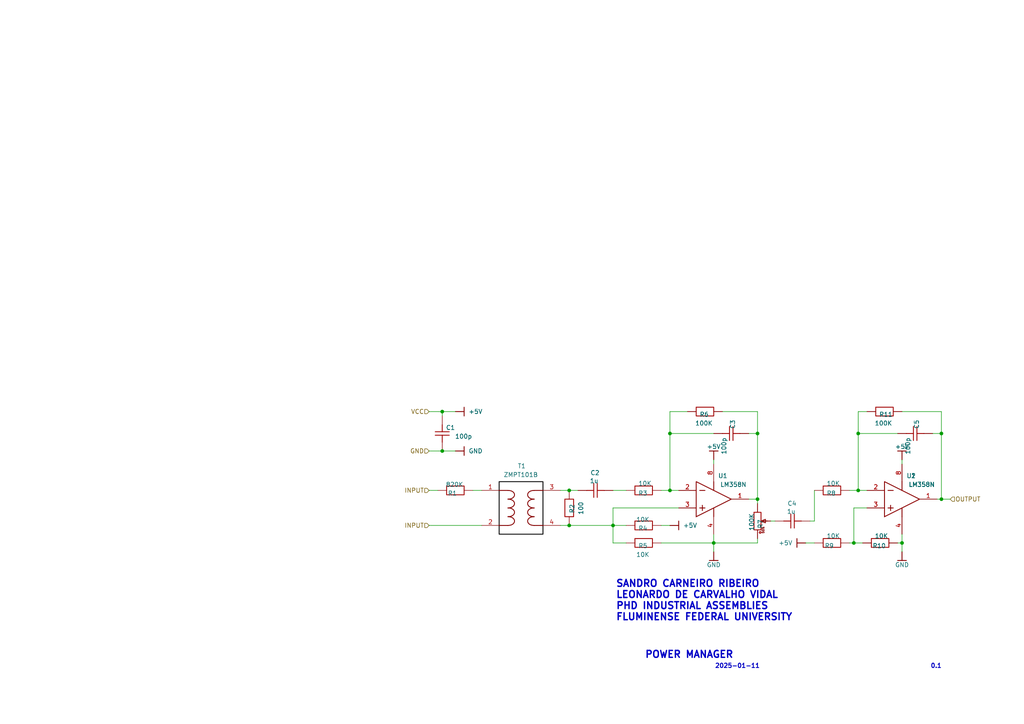
<source format=kicad_sch>
(kicad_sch
	(version 20231120)
	(generator "eeschema")
	(generator_version "8.0")
	(uuid "a587edbc-1d2e-4fb0-a917-d5fd86ac8293")
	(paper "A4")
	(lib_symbols
		(symbol "VAC PROBE-altium-import:+5V_BAR"
			(power)
			(exclude_from_sim no)
			(in_bom yes)
			(on_board yes)
			(property "Reference" "#PWR"
				(at 0 0 0)
				(effects
					(font
						(size 1.27 1.27)
					)
				)
			)
			(property "Value" "+5V"
				(at 0 3.81 0)
				(effects
					(font
						(size 1.27 1.27)
					)
				)
			)
			(property "Footprint" ""
				(at 0 0 0)
				(effects
					(font
						(size 1.27 1.27)
					)
					(hide yes)
				)
			)
			(property "Datasheet" ""
				(at 0 0 0)
				(effects
					(font
						(size 1.27 1.27)
					)
					(hide yes)
				)
			)
			(property "Description" "O símbolo de energia cria um rótulo global com o nome '+5V'"
				(at 0 0 0)
				(effects
					(font
						(size 1.27 1.27)
					)
					(hide yes)
				)
			)
			(property "ki_keywords" "power-flag"
				(at 0 0 0)
				(effects
					(font
						(size 1.27 1.27)
					)
					(hide yes)
				)
			)
			(symbol "+5V_BAR_0_0"
				(polyline
					(pts
						(xy -1.27 -2.54) (xy 1.27 -2.54)
					)
					(stroke
						(width 0.254)
						(type solid)
					)
					(fill
						(type none)
					)
				)
				(polyline
					(pts
						(xy 0 0) (xy 0 -2.54)
					)
					(stroke
						(width 0.254)
						(type solid)
					)
					(fill
						(type none)
					)
				)
				(pin power_in line
					(at 0 0 0)
					(length 0) hide
					(name "+5V"
						(effects
							(font
								(size 1.27 1.27)
							)
						)
					)
					(number ""
						(effects
							(font
								(size 1.27 1.27)
							)
						)
					)
				)
			)
		)
		(symbol "VAC PROBE-altium-import:GND_BAR"
			(power)
			(exclude_from_sim no)
			(in_bom yes)
			(on_board yes)
			(property "Reference" "#PWR"
				(at 0 0 0)
				(effects
					(font
						(size 1.27 1.27)
					)
				)
			)
			(property "Value" "GND"
				(at 0 3.81 0)
				(effects
					(font
						(size 1.27 1.27)
					)
				)
			)
			(property "Footprint" ""
				(at 0 0 0)
				(effects
					(font
						(size 1.27 1.27)
					)
					(hide yes)
				)
			)
			(property "Datasheet" ""
				(at 0 0 0)
				(effects
					(font
						(size 1.27 1.27)
					)
					(hide yes)
				)
			)
			(property "Description" "O símbolo de energia cria um rótulo global com o nome 'GND'"
				(at 0 0 0)
				(effects
					(font
						(size 1.27 1.27)
					)
					(hide yes)
				)
			)
			(property "ki_keywords" "power-flag"
				(at 0 0 0)
				(effects
					(font
						(size 1.27 1.27)
					)
					(hide yes)
				)
			)
			(symbol "GND_BAR_0_0"
				(polyline
					(pts
						(xy -1.27 -2.54) (xy 1.27 -2.54)
					)
					(stroke
						(width 0.254)
						(type solid)
					)
					(fill
						(type none)
					)
				)
				(polyline
					(pts
						(xy 0 0) (xy 0 -2.54)
					)
					(stroke
						(width 0.254)
						(type solid)
					)
					(fill
						(type none)
					)
				)
				(pin power_in line
					(at 0 0 0)
					(length 0) hide
					(name "GND"
						(effects
							(font
								(size 1.27 1.27)
							)
						)
					)
					(number ""
						(effects
							(font
								(size 1.27 1.27)
							)
						)
					)
				)
			)
		)
		(symbol "VAC PROBE-altium-import:root_0_100K"
			(exclude_from_sim no)
			(in_bom yes)
			(on_board yes)
			(property "Reference" ""
				(at 0 0 0)
				(effects
					(font
						(size 1.27 1.27)
					)
				)
			)
			(property "Value" ""
				(at 0 0 0)
				(effects
					(font
						(size 1.27 1.27)
					)
				)
			)
			(property "Footprint" ""
				(at 0 0 0)
				(effects
					(font
						(size 1.27 1.27)
					)
					(hide yes)
				)
			)
			(property "Datasheet" ""
				(at 0 0 0)
				(effects
					(font
						(size 1.27 1.27)
					)
					(hide yes)
				)
			)
			(property "Description" ""
				(at 0 0 0)
				(effects
					(font
						(size 1.27 1.27)
					)
					(hide yes)
				)
			)
			(symbol "root_0_100K_1_0"
				(rectangle
					(start -2.54 1.27)
					(end 2.54 -1.27)
					(stroke
						(width 0.254)
						(type solid)
						(color 160 0 0 1)
					)
					(fill
						(type none)
					)
				)
				(pin passive line
					(at -5.08 0 0)
					(length 2.54)
					(name "1"
						(effects
							(font
								(size 0 0)
							)
						)
					)
					(number "1"
						(effects
							(font
								(size 0 0)
							)
						)
					)
				)
				(pin passive line
					(at 5.08 0 180)
					(length 2.54)
					(name "2"
						(effects
							(font
								(size 0 0)
							)
						)
					)
					(number "2"
						(effects
							(font
								(size 0 0)
							)
						)
					)
				)
			)
		)
		(symbol "VAC PROBE-altium-import:root_0_10K"
			(exclude_from_sim no)
			(in_bom yes)
			(on_board yes)
			(property "Reference" ""
				(at 0 0 0)
				(effects
					(font
						(size 1.27 1.27)
					)
				)
			)
			(property "Value" ""
				(at 0 0 0)
				(effects
					(font
						(size 1.27 1.27)
					)
				)
			)
			(property "Footprint" ""
				(at 0 0 0)
				(effects
					(font
						(size 1.27 1.27)
					)
					(hide yes)
				)
			)
			(property "Datasheet" ""
				(at 0 0 0)
				(effects
					(font
						(size 1.27 1.27)
					)
					(hide yes)
				)
			)
			(property "Description" ""
				(at 0 0 0)
				(effects
					(font
						(size 1.27 1.27)
					)
					(hide yes)
				)
			)
			(symbol "root_0_10K_1_0"
				(rectangle
					(start -2.54 1.27)
					(end 2.54 -1.27)
					(stroke
						(width 0.254)
						(type solid)
						(color 160 0 0 1)
					)
					(fill
						(type none)
					)
				)
				(pin passive line
					(at -5.08 0 0)
					(length 2.54)
					(name "1"
						(effects
							(font
								(size 0 0)
							)
						)
					)
					(number "1"
						(effects
							(font
								(size 0 0)
							)
						)
					)
				)
				(pin passive line
					(at 5.08 0 180)
					(length 2.54)
					(name "2"
						(effects
							(font
								(size 0 0)
							)
						)
					)
					(number "2"
						(effects
							(font
								(size 0 0)
							)
						)
					)
				)
			)
		)
		(symbol "VAC PROBE-altium-import:root_0_820K"
			(exclude_from_sim no)
			(in_bom yes)
			(on_board yes)
			(property "Reference" ""
				(at 0 0 0)
				(effects
					(font
						(size 1.27 1.27)
					)
				)
			)
			(property "Value" ""
				(at 0 0 0)
				(effects
					(font
						(size 1.27 1.27)
					)
				)
			)
			(property "Footprint" ""
				(at 0 0 0)
				(effects
					(font
						(size 1.27 1.27)
					)
					(hide yes)
				)
			)
			(property "Datasheet" ""
				(at 0 0 0)
				(effects
					(font
						(size 1.27 1.27)
					)
					(hide yes)
				)
			)
			(property "Description" ""
				(at 0 0 0)
				(effects
					(font
						(size 1.27 1.27)
					)
					(hide yes)
				)
			)
			(symbol "root_0_820K_1_0"
				(rectangle
					(start -2.54 1.27)
					(end 2.54 -1.27)
					(stroke
						(width 0.254)
						(type solid)
						(color 160 0 0 1)
					)
					(fill
						(type none)
					)
				)
				(pin passive line
					(at -5.08 0 0)
					(length 2.54)
					(name "1"
						(effects
							(font
								(size 0 0)
							)
						)
					)
					(number "1"
						(effects
							(font
								(size 0 0)
							)
						)
					)
				)
				(pin passive line
					(at 5.08 0 180)
					(length 2.54)
					(name "2"
						(effects
							(font
								(size 0 0)
							)
						)
					)
					(number "2"
						(effects
							(font
								(size 0 0)
							)
						)
					)
				)
			)
		)
		(symbol "VAC PROBE-altium-import:root_0_LM358N"
			(exclude_from_sim no)
			(in_bom yes)
			(on_board yes)
			(property "Reference" ""
				(at 0 0 0)
				(effects
					(font
						(size 1.27 1.27)
					)
				)
			)
			(property "Value" ""
				(at 0 0 0)
				(effects
					(font
						(size 1.27 1.27)
					)
				)
			)
			(property "Footprint" ""
				(at 0 0 0)
				(effects
					(font
						(size 1.27 1.27)
					)
					(hide yes)
				)
			)
			(property "Datasheet" ""
				(at 0 0 0)
				(effects
					(font
						(size 1.27 1.27)
					)
					(hide yes)
				)
			)
			(property "Description" ""
				(at 0 0 0)
				(effects
					(font
						(size 1.27 1.27)
					)
					(hide yes)
				)
			)
			(symbol "root_0_LM358N_1_0"
				(polyline
					(pts
						(xy -4.064 -2.54) (xy -2.54 -2.54)
					)
					(stroke
						(width 0.254)
						(type solid)
						(color 136 0 0 1)
					)
					(fill
						(type none)
					)
				)
				(polyline
					(pts
						(xy -4.064 2.54) (xy -2.54 2.54)
					)
					(stroke
						(width 0.254)
						(type solid)
						(color 136 0 0 1)
					)
					(fill
						(type none)
					)
				)
				(polyline
					(pts
						(xy -3.302 -1.778) (xy -3.302 -3.302)
					)
					(stroke
						(width 0.254)
						(type solid)
						(color 136 0 0 1)
					)
					(fill
						(type none)
					)
				)
				(polyline
					(pts
						(xy 0 -2.54) (xy 0 -5.08)
					)
					(stroke
						(width 0.254)
						(type solid)
						(color 136 0 0 1)
					)
					(fill
						(type none)
					)
				)
				(polyline
					(pts
						(xy 0 5.08) (xy 0 2.54)
					)
					(stroke
						(width 0.254)
						(type solid)
						(color 136 0 0 1)
					)
					(fill
						(type none)
					)
				)
				(polyline
					(pts
						(xy -5.08 -5.08) (xy 5.08 0) (xy 5.08 0) (xy -5.08 5.08) (xy -5.08 5.08) (xy -5.08 -5.08)
					)
					(stroke
						(width 0.254)
						(type solid)
						(color 136 0 0 1)
					)
					(fill
						(type none)
					)
				)
				(pin passive line
					(at 10.16 0 180)
					(length 5.08)
					(name "OUT_1"
						(effects
							(font
								(size 0 0)
							)
						)
					)
					(number "1"
						(effects
							(font
								(size 1.27 1.27)
							)
						)
					)
				)
				(pin passive line
					(at -10.16 2.54 0)
					(length 5.08)
					(name "-IN_1"
						(effects
							(font
								(size 0 0)
							)
						)
					)
					(number "2"
						(effects
							(font
								(size 1.27 1.27)
							)
						)
					)
				)
				(pin passive line
					(at -10.16 -2.54 0)
					(length 5.08)
					(name "+IN_1"
						(effects
							(font
								(size 0 0)
							)
						)
					)
					(number "3"
						(effects
							(font
								(size 1.27 1.27)
							)
						)
					)
				)
				(pin passive line
					(at 0 -10.16 90)
					(length 5.08)
					(name "-V"
						(effects
							(font
								(size 0 0)
							)
						)
					)
					(number "4"
						(effects
							(font
								(size 1.27 1.27)
							)
						)
					)
				)
				(pin passive line
					(at 0 10.16 270)
					(length 5.08)
					(name "+V"
						(effects
							(font
								(size 0 0)
							)
						)
					)
					(number "8"
						(effects
							(font
								(size 1.27 1.27)
							)
						)
					)
				)
			)
		)
		(symbol "VAC PROBE-altium-import:root_0_ZMPT101B"
			(exclude_from_sim no)
			(in_bom yes)
			(on_board yes)
			(property "Reference" ""
				(at 0 0 0)
				(effects
					(font
						(size 1.27 1.27)
					)
				)
			)
			(property "Value" ""
				(at 0 0 0)
				(effects
					(font
						(size 1.27 1.27)
					)
				)
			)
			(property "Footprint" ""
				(at 0 0 0)
				(effects
					(font
						(size 1.27 1.27)
					)
					(hide yes)
				)
			)
			(property "Datasheet" ""
				(at 0 0 0)
				(effects
					(font
						(size 1.27 1.27)
					)
					(hide yes)
				)
			)
			(property "Description" ""
				(at 0 0 0)
				(effects
					(font
						(size 1.27 1.27)
					)
					(hide yes)
				)
			)
			(symbol "root_0_ZMPT101B_1_0"
				(polyline
					(pts
						(xy 2.54 2.54) (xy 0 2.54)
					)
					(stroke
						(width 0.254)
						(type solid)
					)
					(fill
						(type none)
					)
				)
				(polyline
					(pts
						(xy 2.54 12.7) (xy 0 12.7)
					)
					(stroke
						(width 0.254)
						(type solid)
					)
					(fill
						(type none)
					)
				)
				(polyline
					(pts
						(xy 10.16 2.54) (xy 12.7 2.54)
					)
					(stroke
						(width 0.254)
						(type solid)
					)
					(fill
						(type none)
					)
				)
				(polyline
					(pts
						(xy 10.16 12.7) (xy 12.7 12.7)
					)
					(stroke
						(width 0.254)
						(type solid)
					)
					(fill
						(type none)
					)
				)
				(rectangle
					(start 0 15.24)
					(end 12.7 0)
					(stroke
						(width 0.254)
						(type solid)
						(color 0 0 0 1)
					)
					(fill
						(type none)
					)
				)
				(bezier
					(pts
						(xy 2.54 5.08) (xy 5.08 5.08) (xy 5.08 2.54) (xy 2.54 2.54)
					)
					(stroke
						(width 0.254)
						(type solid)
					)
					(fill
						(type none)
					)
				)
				(bezier
					(pts
						(xy 2.54 7.62) (xy 5.08 7.62) (xy 5.08 5.08) (xy 2.54 5.08)
					)
					(stroke
						(width 0.254)
						(type solid)
					)
					(fill
						(type none)
					)
				)
				(bezier
					(pts
						(xy 2.54 10.16) (xy 5.08 10.16) (xy 5.08 7.62) (xy 2.54 7.62)
					)
					(stroke
						(width 0.254)
						(type solid)
					)
					(fill
						(type none)
					)
				)
				(bezier
					(pts
						(xy 2.54 12.7) (xy 5.08 12.7) (xy 5.08 10.16) (xy 2.54 10.16)
					)
					(stroke
						(width 0.254)
						(type solid)
					)
					(fill
						(type none)
					)
				)
				(bezier
					(pts
						(xy 10.16 2.54) (xy 7.62 2.54) (xy 7.62 5.08) (xy 10.16 5.08)
					)
					(stroke
						(width 0.254)
						(type solid)
					)
					(fill
						(type none)
					)
				)
				(bezier
					(pts
						(xy 10.16 5.08) (xy 7.62 5.08) (xy 7.62 7.62) (xy 10.16 7.62)
					)
					(stroke
						(width 0.254)
						(type solid)
					)
					(fill
						(type none)
					)
				)
				(bezier
					(pts
						(xy 10.16 7.62) (xy 7.62 7.62) (xy 7.62 10.16) (xy 10.16 10.16)
					)
					(stroke
						(width 0.254)
						(type solid)
					)
					(fill
						(type none)
					)
				)
				(bezier
					(pts
						(xy 10.16 10.16) (xy 7.62 10.16) (xy 7.62 12.7) (xy 10.16 12.7)
					)
					(stroke
						(width 0.254)
						(type solid)
					)
					(fill
						(type none)
					)
				)
				(pin passive line
					(at -5.08 12.7 0)
					(length 5.08)
					(name "1"
						(effects
							(font
								(size 0 0)
							)
						)
					)
					(number "1"
						(effects
							(font
								(size 1.27 1.27)
							)
						)
					)
				)
				(pin passive line
					(at -5.08 2.54 0)
					(length 5.08)
					(name "2"
						(effects
							(font
								(size 0 0)
							)
						)
					)
					(number "2"
						(effects
							(font
								(size 1.27 1.27)
							)
						)
					)
				)
				(pin passive line
					(at 17.78 12.7 180)
					(length 5.08)
					(name "3"
						(effects
							(font
								(size 0 0)
							)
						)
					)
					(number "3"
						(effects
							(font
								(size 1.27 1.27)
							)
						)
					)
				)
				(pin passive line
					(at 17.78 2.54 180)
					(length 5.08)
					(name "4"
						(effects
							(font
								(size 0 0)
							)
						)
					)
					(number "4"
						(effects
							(font
								(size 1.27 1.27)
							)
						)
					)
				)
			)
		)
		(symbol "VAC PROBE-altium-import:root_1_100"
			(exclude_from_sim no)
			(in_bom yes)
			(on_board yes)
			(property "Reference" ""
				(at 0 0 0)
				(effects
					(font
						(size 1.27 1.27)
					)
				)
			)
			(property "Value" ""
				(at 0 0 0)
				(effects
					(font
						(size 1.27 1.27)
					)
				)
			)
			(property "Footprint" ""
				(at 0 0 0)
				(effects
					(font
						(size 1.27 1.27)
					)
					(hide yes)
				)
			)
			(property "Datasheet" ""
				(at 0 0 0)
				(effects
					(font
						(size 1.27 1.27)
					)
					(hide yes)
				)
			)
			(property "Description" ""
				(at 0 0 0)
				(effects
					(font
						(size 1.27 1.27)
					)
					(hide yes)
				)
			)
			(symbol "root_1_100_1_0"
				(rectangle
					(start -1.27 2.54)
					(end 1.27 -2.54)
					(stroke
						(width 0.254)
						(type solid)
						(color 160 0 0 1)
					)
					(fill
						(type none)
					)
				)
				(pin passive line
					(at 0 -5.08 90)
					(length 2.54)
					(name "1"
						(effects
							(font
								(size 0 0)
							)
						)
					)
					(number "1"
						(effects
							(font
								(size 0 0)
							)
						)
					)
				)
				(pin passive line
					(at 0 5.08 270)
					(length 2.54)
					(name "2"
						(effects
							(font
								(size 0 0)
							)
						)
					)
					(number "2"
						(effects
							(font
								(size 0 0)
							)
						)
					)
				)
			)
		)
		(symbol "VAC PROBE-altium-import:root_1_100p"
			(exclude_from_sim no)
			(in_bom yes)
			(on_board yes)
			(property "Reference" ""
				(at 0 0 0)
				(effects
					(font
						(size 1.27 1.27)
					)
				)
			)
			(property "Value" ""
				(at 0 0 0)
				(effects
					(font
						(size 1.27 1.27)
					)
				)
			)
			(property "Footprint" ""
				(at 0 0 0)
				(effects
					(font
						(size 1.27 1.27)
					)
					(hide yes)
				)
			)
			(property "Datasheet" ""
				(at 0 0 0)
				(effects
					(font
						(size 1.27 1.27)
					)
					(hide yes)
				)
			)
			(property "Description" ""
				(at 0 0 0)
				(effects
					(font
						(size 1.27 1.27)
					)
					(hide yes)
				)
			)
			(symbol "root_1_100p_1_0"
				(polyline
					(pts
						(xy -2.032 0.508) (xy 2.032 0.508)
					)
					(stroke
						(width 0.254)
						(type solid)
						(color 160 0 0 1)
					)
					(fill
						(type none)
					)
				)
				(polyline
					(pts
						(xy 0 -0.508) (xy 0 -2.54)
					)
					(stroke
						(width 0.254)
						(type solid)
						(color 160 0 0 1)
					)
					(fill
						(type none)
					)
				)
				(polyline
					(pts
						(xy 0 2.54) (xy 0 0.508)
					)
					(stroke
						(width 0.254)
						(type solid)
						(color 160 0 0 1)
					)
					(fill
						(type none)
					)
				)
				(polyline
					(pts
						(xy 2.032 -0.508) (xy -2.032 -0.508)
					)
					(stroke
						(width 0.254)
						(type solid)
						(color 160 0 0 1)
					)
					(fill
						(type none)
					)
				)
				(pin passive line
					(at 0 -5.08 90)
					(length 2.54)
					(name "1"
						(effects
							(font
								(size 0 0)
							)
						)
					)
					(number "1"
						(effects
							(font
								(size 0 0)
							)
						)
					)
				)
				(pin passive line
					(at 0 5.08 270)
					(length 2.54)
					(name "2"
						(effects
							(font
								(size 0 0)
							)
						)
					)
					(number "2"
						(effects
							(font
								(size 0 0)
							)
						)
					)
				)
			)
		)
		(symbol "VAC PROBE-altium-import:root_1_1u"
			(exclude_from_sim no)
			(in_bom yes)
			(on_board yes)
			(property "Reference" ""
				(at 0 0 0)
				(effects
					(font
						(size 1.27 1.27)
					)
				)
			)
			(property "Value" ""
				(at 0 0 0)
				(effects
					(font
						(size 1.27 1.27)
					)
				)
			)
			(property "Footprint" ""
				(at 0 0 0)
				(effects
					(font
						(size 1.27 1.27)
					)
					(hide yes)
				)
			)
			(property "Datasheet" ""
				(at 0 0 0)
				(effects
					(font
						(size 1.27 1.27)
					)
					(hide yes)
				)
			)
			(property "Description" ""
				(at 0 0 0)
				(effects
					(font
						(size 1.27 1.27)
					)
					(hide yes)
				)
			)
			(symbol "root_1_1u_1_0"
				(polyline
					(pts
						(xy -2.54 0) (xy -0.508 0)
					)
					(stroke
						(width 0.254)
						(type solid)
						(color 160 0 0 1)
					)
					(fill
						(type none)
					)
				)
				(polyline
					(pts
						(xy -0.508 -2.032) (xy -0.508 2.032)
					)
					(stroke
						(width 0.254)
						(type solid)
						(color 160 0 0 1)
					)
					(fill
						(type none)
					)
				)
				(polyline
					(pts
						(xy 0.508 0) (xy 2.54 0)
					)
					(stroke
						(width 0.254)
						(type solid)
						(color 160 0 0 1)
					)
					(fill
						(type none)
					)
				)
				(polyline
					(pts
						(xy 0.508 2.032) (xy 0.508 -2.032)
					)
					(stroke
						(width 0.254)
						(type solid)
						(color 160 0 0 1)
					)
					(fill
						(type none)
					)
				)
				(pin passive line
					(at 5.08 0 180)
					(length 2.54)
					(name "1"
						(effects
							(font
								(size 0 0)
							)
						)
					)
					(number "1"
						(effects
							(font
								(size 0 0)
							)
						)
					)
				)
				(pin passive line
					(at -5.08 0 0)
					(length 2.54)
					(name "2"
						(effects
							(font
								(size 0 0)
							)
						)
					)
					(number "2"
						(effects
							(font
								(size 0 0)
							)
						)
					)
				)
			)
		)
		(symbol "VAC PROBE-altium-import:root_2_10K"
			(exclude_from_sim no)
			(in_bom yes)
			(on_board yes)
			(property "Reference" ""
				(at 0 0 0)
				(effects
					(font
						(size 1.27 1.27)
					)
				)
			)
			(property "Value" ""
				(at 0 0 0)
				(effects
					(font
						(size 1.27 1.27)
					)
				)
			)
			(property "Footprint" ""
				(at 0 0 0)
				(effects
					(font
						(size 1.27 1.27)
					)
					(hide yes)
				)
			)
			(property "Datasheet" ""
				(at 0 0 0)
				(effects
					(font
						(size 1.27 1.27)
					)
					(hide yes)
				)
			)
			(property "Description" ""
				(at 0 0 0)
				(effects
					(font
						(size 1.27 1.27)
					)
					(hide yes)
				)
			)
			(symbol "root_2_10K_1_0"
				(rectangle
					(start -2.54 1.27)
					(end 2.54 -1.27)
					(stroke
						(width 0.254)
						(type solid)
						(color 160 0 0 1)
					)
					(fill
						(type none)
					)
				)
				(pin passive line
					(at 5.08 0 180)
					(length 2.54)
					(name "1"
						(effects
							(font
								(size 0 0)
							)
						)
					)
					(number "1"
						(effects
							(font
								(size 0 0)
							)
						)
					)
				)
				(pin passive line
					(at -5.08 0 0)
					(length 2.54)
					(name "2"
						(effects
							(font
								(size 0 0)
							)
						)
					)
					(number "2"
						(effects
							(font
								(size 0 0)
							)
						)
					)
				)
			)
		)
		(symbol "VAC PROBE-altium-import:root_3_100K"
			(exclude_from_sim no)
			(in_bom yes)
			(on_board yes)
			(property "Reference" ""
				(at 0 0 0)
				(effects
					(font
						(size 1.27 1.27)
					)
				)
			)
			(property "Value" ""
				(at 0 0 0)
				(effects
					(font
						(size 1.27 1.27)
					)
				)
			)
			(property "Footprint" ""
				(at 0 0 0)
				(effects
					(font
						(size 1.27 1.27)
					)
					(hide yes)
				)
			)
			(property "Datasheet" ""
				(at 0 0 0)
				(effects
					(font
						(size 1.27 1.27)
					)
					(hide yes)
				)
			)
			(property "Description" ""
				(at 0 0 0)
				(effects
					(font
						(size 1.27 1.27)
					)
					(hide yes)
				)
			)
			(symbol "root_3_100K_1_0"
				(rectangle
					(start -2.286 2.54)
					(end -0.254 -2.54)
					(stroke
						(width 0.254)
						(type solid)
						(color 160 0 0 1)
					)
					(fill
						(type none)
					)
				)
				(circle
					(center -0.508 -3.302)
					(radius 0.254)
					(stroke
						(width 0.254)
						(type solid)
						(color 160 0 0 1)
					)
					(fill
						(type none)
					)
				)
				(polyline
					(pts
						(xy 0 0) (xy 1.524 0)
					)
					(stroke
						(width 0.254)
						(type solid)
						(color 136 0 0 1)
					)
					(fill
						(type none)
					)
				)
				(polyline
					(pts
						(xy -0.254 0) (xy 1.016 0.508) (xy 1.016 0.508) (xy 1.016 -0.508) (xy 1.016 -0.508) (xy -0.254 0)
					)
					(stroke
						(width 0.254)
						(type solid)
						(color 136 0 0 1)
					)
					(fill
						(type none)
					)
				)
				(text "50%"
					(at 0.001 -1.524 900)
					(effects
						(font
							(size 0.635 0.635)
						)
						(justify right top)
					)
				)
				(pin passive line
					(at -1.27 -5.08 90)
					(length 2.54)
					(name "1"
						(effects
							(font
								(size 0 0)
							)
						)
					)
					(number "1"
						(effects
							(font
								(size 0 0)
							)
						)
					)
				)
				(pin passive line
					(at 2.54 0 180)
					(length 1.27)
					(name "2"
						(effects
							(font
								(size 0 0)
							)
						)
					)
					(number "2"
						(effects
							(font
								(size 0 0)
							)
						)
					)
				)
				(pin passive line
					(at -1.27 5.08 270)
					(length 2.54)
					(name "3"
						(effects
							(font
								(size 0 0)
							)
						)
					)
					(number "3"
						(effects
							(font
								(size 0 0)
							)
						)
					)
				)
			)
		)
	)
	(junction
		(at 261.62 157.48)
		(diameter 0)
		(color 0 0 0 0)
		(uuid "11f1c259-f3c8-44f7-99a7-fb30edda8a59")
	)
	(junction
		(at 248.92 125.73)
		(diameter 0)
		(color 0 0 0 0)
		(uuid "1446dded-06c1-42ea-b291-03b43ef4e34e")
	)
	(junction
		(at 207.01 157.48)
		(diameter 0)
		(color 0 0 0 0)
		(uuid "16cc74ff-7eba-4ddc-99d3-292ebaea83ee")
	)
	(junction
		(at 128.27 119.38)
		(diameter 0)
		(color 0 0 0 0)
		(uuid "2b5994a7-4ca8-4166-9c05-6daa83c4d890")
	)
	(junction
		(at 194.31 142.24)
		(diameter 0)
		(color 0 0 0 0)
		(uuid "54a660f9-a6f1-48c3-adc2-ea7a0f20b887")
	)
	(junction
		(at 273.05 125.73)
		(diameter 0)
		(color 0 0 0 0)
		(uuid "778c2eea-3ddf-4a25-a470-bbbe4ccf0c47")
	)
	(junction
		(at 128.27 130.81)
		(diameter 0)
		(color 0 0 0 0)
		(uuid "80127686-3e14-481f-802f-7abfaad3261c")
	)
	(junction
		(at 177.8 152.4)
		(diameter 0)
		(color 0 0 0 0)
		(uuid "8d7c9442-ace7-44e4-953d-b55670b2f95f")
	)
	(junction
		(at 248.92 142.24)
		(diameter 0)
		(color 0 0 0 0)
		(uuid "9016ca9d-185f-4be9-89c2-27d774a5d1e7")
	)
	(junction
		(at 219.71 144.78)
		(diameter 0)
		(color 0 0 0 0)
		(uuid "926b4132-3277-4934-a40d-6482fb2b9253")
	)
	(junction
		(at 165.1 142.24)
		(diameter 0)
		(color 0 0 0 0)
		(uuid "957d0243-ba1e-403d-b208-b3b712d49533")
	)
	(junction
		(at 165.1 152.4)
		(diameter 0)
		(color 0 0 0 0)
		(uuid "a8a1282f-bf25-4197-804e-d308c88a9834")
	)
	(junction
		(at 273.05 144.78)
		(diameter 0)
		(color 0 0 0 0)
		(uuid "b14698a8-d784-460a-afcd-46276973a07b")
	)
	(junction
		(at 219.71 125.73)
		(diameter 0)
		(color 0 0 0 0)
		(uuid "b97f8891-e61d-47e8-8c2a-5e4799da0439")
	)
	(junction
		(at 194.31 125.73)
		(diameter 0)
		(color 0 0 0 0)
		(uuid "bbe033e0-c2f3-4721-be25-44aca6398cea")
	)
	(junction
		(at 247.65 157.48)
		(diameter 0)
		(color 0 0 0 0)
		(uuid "cc00496a-ef15-42f8-afd6-9020f69fd588")
	)
	(wire
		(pts
			(xy 261.62 157.48) (xy 261.62 160.02)
		)
		(stroke
			(width 0)
			(type default)
		)
		(uuid "061b625b-d63a-45f4-bc6c-1e19dcaccd98")
	)
	(wire
		(pts
			(xy 177.8 152.4) (xy 165.1 152.4)
		)
		(stroke
			(width 0)
			(type default)
		)
		(uuid "0a13ed9e-bef7-4249-be94-bc2d2d295f5f")
	)
	(wire
		(pts
			(xy 236.22 157.48) (xy 233.68 157.48)
		)
		(stroke
			(width 0)
			(type default)
		)
		(uuid "0bb5c880-d6b9-48ed-a672-c24ebc7dfd2d")
	)
	(wire
		(pts
			(xy 273.05 125.73) (xy 273.05 144.78)
		)
		(stroke
			(width 0)
			(type default)
		)
		(uuid "0c701979-203f-4421-8bcd-b22b731b6d7d")
	)
	(wire
		(pts
			(xy 207.01 125.73) (xy 194.31 125.73)
		)
		(stroke
			(width 0)
			(type default)
		)
		(uuid "105dac07-9d84-4398-a92a-d6124c74b740")
	)
	(wire
		(pts
			(xy 261.62 154.94) (xy 261.62 157.48)
		)
		(stroke
			(width 0)
			(type default)
		)
		(uuid "15a262ad-bf39-4856-ae47-5fcc4fd629a7")
	)
	(wire
		(pts
			(xy 236.22 151.13) (xy 236.22 142.24)
		)
		(stroke
			(width 0)
			(type default)
		)
		(uuid "169fcbd6-f363-472e-839d-abfd3c38f0a4")
	)
	(wire
		(pts
			(xy 261.62 133.35) (xy 261.62 134.62)
		)
		(stroke
			(width 0)
			(type default)
		)
		(uuid "1e4aba6f-1def-4a81-a59b-f644acab4a59")
	)
	(wire
		(pts
			(xy 273.05 119.38) (xy 273.05 125.73)
		)
		(stroke
			(width 0)
			(type default)
		)
		(uuid "1f98b170-6cbe-4a76-8807-ad7babbf67b8")
	)
	(wire
		(pts
			(xy 181.61 152.4) (xy 177.8 152.4)
		)
		(stroke
			(width 0)
			(type default)
		)
		(uuid "297b19bc-ba3e-47d4-8350-b138cccb1f9c")
	)
	(wire
		(pts
			(xy 194.31 119.38) (xy 194.31 125.73)
		)
		(stroke
			(width 0)
			(type default)
		)
		(uuid "2ea2b2d2-5ec7-440e-a3ee-07d227036ae6")
	)
	(wire
		(pts
			(xy 260.35 157.48) (xy 261.62 157.48)
		)
		(stroke
			(width 0)
			(type default)
		)
		(uuid "2eed0ed1-e127-49ad-b4b8-b95238743884")
	)
	(wire
		(pts
			(xy 191.77 142.24) (xy 194.31 142.24)
		)
		(stroke
			(width 0)
			(type default)
		)
		(uuid "332d1c87-0ec5-4aa0-9630-5f3df80ddf4c")
	)
	(wire
		(pts
			(xy 251.46 119.38) (xy 248.92 119.38)
		)
		(stroke
			(width 0)
			(type default)
		)
		(uuid "3a80d19d-262d-48d6-a8ce-f325692f7002")
	)
	(wire
		(pts
			(xy 207.01 133.35) (xy 207.01 134.62)
		)
		(stroke
			(width 0)
			(type default)
		)
		(uuid "3db182f9-b248-40e5-a0be-49ae5550eb84")
	)
	(wire
		(pts
			(xy 217.17 144.78) (xy 219.71 144.78)
		)
		(stroke
			(width 0)
			(type default)
		)
		(uuid "3e3f3364-01a4-46fb-89b5-6e8e75cecad4")
	)
	(wire
		(pts
			(xy 219.71 119.38) (xy 209.55 119.38)
		)
		(stroke
			(width 0)
			(type default)
		)
		(uuid "42e70dc5-02f6-45ef-ac3b-870c43f8d764")
	)
	(wire
		(pts
			(xy 219.71 144.78) (xy 219.71 146.05)
		)
		(stroke
			(width 0)
			(type default)
		)
		(uuid "436955a8-0a05-485b-a05e-e5a8b0dfb63a")
	)
	(wire
		(pts
			(xy 177.8 147.32) (xy 177.8 152.4)
		)
		(stroke
			(width 0)
			(type default)
		)
		(uuid "466b7139-b172-48f3-bd7d-30e8bc06003b")
	)
	(wire
		(pts
			(xy 137.16 142.24) (xy 139.7 142.24)
		)
		(stroke
			(width 0)
			(type default)
		)
		(uuid "481c92e7-0b72-4c20-93c1-7bdc1132b5ca")
	)
	(wire
		(pts
			(xy 128.27 130.81) (xy 132.08 130.81)
		)
		(stroke
			(width 0)
			(type default)
		)
		(uuid "4bdff831-5f95-40a7-bb9d-f1f1e8bfec57")
	)
	(wire
		(pts
			(xy 251.46 147.32) (xy 247.65 147.32)
		)
		(stroke
			(width 0)
			(type default)
		)
		(uuid "4cbe2b2b-ff89-442f-a015-e68ba00796b1")
	)
	(wire
		(pts
			(xy 261.62 119.38) (xy 273.05 119.38)
		)
		(stroke
			(width 0)
			(type default)
		)
		(uuid "50b8fcbd-d877-424e-931f-5ccb32905f2d")
	)
	(wire
		(pts
			(xy 194.31 125.73) (xy 194.31 142.24)
		)
		(stroke
			(width 0)
			(type default)
		)
		(uuid "5698c6d7-568b-4ce2-a2c1-4553c0f0d395")
	)
	(wire
		(pts
			(xy 124.46 119.38) (xy 128.27 119.38)
		)
		(stroke
			(width 0)
			(type default)
		)
		(uuid "5e76efba-b2a5-446c-9ecd-7f49b23fb3b3")
	)
	(wire
		(pts
			(xy 128.27 119.38) (xy 132.08 119.38)
		)
		(stroke
			(width 0)
			(type default)
		)
		(uuid "64dcb1a4-0e27-4e8b-bf32-9c13c5cee9f3")
	)
	(wire
		(pts
			(xy 234.95 151.13) (xy 236.22 151.13)
		)
		(stroke
			(width 0)
			(type default)
		)
		(uuid "6806e4d6-0cc6-4e7b-a95e-77b382a78c41")
	)
	(wire
		(pts
			(xy 273.05 144.78) (xy 271.78 144.78)
		)
		(stroke
			(width 0)
			(type default)
		)
		(uuid "695e1eb7-bb89-473d-8622-6e12f9a58b72")
	)
	(wire
		(pts
			(xy 248.92 125.73) (xy 248.92 142.24)
		)
		(stroke
			(width 0)
			(type default)
		)
		(uuid "6a220a0f-ad2f-4686-8337-4806cbe7f6da")
	)
	(wire
		(pts
			(xy 196.85 147.32) (xy 177.8 147.32)
		)
		(stroke
			(width 0)
			(type default)
		)
		(uuid "6fae9999-b481-4c58-b91e-1c951c455968")
	)
	(wire
		(pts
			(xy 191.77 157.48) (xy 207.01 157.48)
		)
		(stroke
			(width 0)
			(type default)
		)
		(uuid "70659ef8-19e8-4d24-b357-b0aec2be7708")
	)
	(wire
		(pts
			(xy 177.8 157.48) (xy 177.8 152.4)
		)
		(stroke
			(width 0)
			(type default)
		)
		(uuid "7204f267-3493-471b-9e83-d64a98073a8e")
	)
	(wire
		(pts
			(xy 248.92 142.24) (xy 246.38 142.24)
		)
		(stroke
			(width 0)
			(type default)
		)
		(uuid "72a7ed53-feef-412b-8424-0effa9d13526")
	)
	(wire
		(pts
			(xy 250.19 157.48) (xy 247.65 157.48)
		)
		(stroke
			(width 0)
			(type default)
		)
		(uuid "737b1ab5-9619-41ff-ae73-fe5d4cb5d549")
	)
	(wire
		(pts
			(xy 207.01 154.94) (xy 207.01 157.48)
		)
		(stroke
			(width 0)
			(type default)
		)
		(uuid "7d3ec1fa-8a83-457f-af2d-30c6fd8310d2")
	)
	(wire
		(pts
			(xy 124.46 152.4) (xy 139.7 152.4)
		)
		(stroke
			(width 0)
			(type default)
		)
		(uuid "7eeea41a-831a-4cc9-942c-7c2154b41480")
	)
	(wire
		(pts
			(xy 219.71 144.78) (xy 219.71 125.73)
		)
		(stroke
			(width 0)
			(type default)
		)
		(uuid "820edcfe-3d5f-4092-966f-7e7c7d3f280a")
	)
	(wire
		(pts
			(xy 247.65 157.48) (xy 246.38 157.48)
		)
		(stroke
			(width 0)
			(type default)
		)
		(uuid "926aef0c-8ac6-422e-8ca2-28752b8fc820")
	)
	(wire
		(pts
			(xy 194.31 152.4) (xy 191.77 152.4)
		)
		(stroke
			(width 0)
			(type default)
		)
		(uuid "95eb4243-b9a1-402f-9788-77a854829aea")
	)
	(wire
		(pts
			(xy 223.52 151.13) (xy 224.79 151.13)
		)
		(stroke
			(width 0)
			(type default)
		)
		(uuid "975f3bf8-ed50-42e2-a56f-10d18bb468d0")
	)
	(wire
		(pts
			(xy 199.39 119.38) (xy 194.31 119.38)
		)
		(stroke
			(width 0)
			(type default)
		)
		(uuid "981482e8-8425-462c-982d-bdd006583292")
	)
	(wire
		(pts
			(xy 167.64 142.24) (xy 165.1 142.24)
		)
		(stroke
			(width 0)
			(type default)
		)
		(uuid "9bb1cd73-6759-48fe-b336-04cd643d3a20")
	)
	(wire
		(pts
			(xy 260.35 125.73) (xy 248.92 125.73)
		)
		(stroke
			(width 0)
			(type default)
		)
		(uuid "a56a0918-09d0-47c8-8c53-cb38dd82bee9")
	)
	(wire
		(pts
			(xy 128.27 120.65) (xy 128.27 119.38)
		)
		(stroke
			(width 0)
			(type default)
		)
		(uuid "b1ed107b-0571-46c8-b423-f8e4cd1a10c2")
	)
	(wire
		(pts
			(xy 248.92 119.38) (xy 248.92 125.73)
		)
		(stroke
			(width 0)
			(type default)
		)
		(uuid "badb7277-373f-4eef-be19-c10602d78f27")
	)
	(wire
		(pts
			(xy 275.59 144.78) (xy 273.05 144.78)
		)
		(stroke
			(width 0)
			(type default)
		)
		(uuid "bbbf6dd1-e997-44cc-bd26-2f0ac83d707b")
	)
	(wire
		(pts
			(xy 124.46 142.24) (xy 127 142.24)
		)
		(stroke
			(width 0)
			(type default)
		)
		(uuid "bdb51141-4c84-43aa-bf2e-309c320842d1")
	)
	(wire
		(pts
			(xy 181.61 157.48) (xy 177.8 157.48)
		)
		(stroke
			(width 0)
			(type default)
		)
		(uuid "becdd2f0-98bf-4f7e-83ee-de35b634d419")
	)
	(wire
		(pts
			(xy 177.8 142.24) (xy 181.61 142.24)
		)
		(stroke
			(width 0)
			(type default)
		)
		(uuid "c7a6a739-af2c-4fd9-bc5c-ea7fdd8f21f2")
	)
	(wire
		(pts
			(xy 194.31 142.24) (xy 196.85 142.24)
		)
		(stroke
			(width 0)
			(type default)
		)
		(uuid "c8316ca8-e3a1-4edc-8ece-be5513a7c4c6")
	)
	(wire
		(pts
			(xy 165.1 152.4) (xy 162.56 152.4)
		)
		(stroke
			(width 0)
			(type default)
		)
		(uuid "cc08c15e-7d40-4a44-a2cb-beb75b13b73f")
	)
	(wire
		(pts
			(xy 217.17 125.73) (xy 219.71 125.73)
		)
		(stroke
			(width 0)
			(type default)
		)
		(uuid "cc94acf7-a50f-441b-83fe-f942eed67aca")
	)
	(wire
		(pts
			(xy 124.46 130.81) (xy 128.27 130.81)
		)
		(stroke
			(width 0)
			(type default)
		)
		(uuid "cf2deeee-f93d-4700-ab2e-aee647bae038")
	)
	(wire
		(pts
			(xy 219.71 156.21) (xy 219.71 157.48)
		)
		(stroke
			(width 0)
			(type default)
		)
		(uuid "d01e4ec0-0a6b-45d4-bbab-e207f3c465db")
	)
	(wire
		(pts
			(xy 251.46 142.24) (xy 248.92 142.24)
		)
		(stroke
			(width 0)
			(type default)
		)
		(uuid "d023c6d5-3f8a-4120-af25-88a641dc8846")
	)
	(wire
		(pts
			(xy 270.51 125.73) (xy 273.05 125.73)
		)
		(stroke
			(width 0)
			(type default)
		)
		(uuid "d0268420-66ee-4267-af9e-8b227943e860")
	)
	(wire
		(pts
			(xy 247.65 147.32) (xy 247.65 157.48)
		)
		(stroke
			(width 0)
			(type default)
		)
		(uuid "db491cfc-7ebc-4b46-941d-5e70cb73e785")
	)
	(wire
		(pts
			(xy 219.71 157.48) (xy 207.01 157.48)
		)
		(stroke
			(width 0)
			(type default)
		)
		(uuid "e4e0ebcd-75db-4d03-80de-60adf19bfa18")
	)
	(wire
		(pts
			(xy 165.1 142.24) (xy 162.56 142.24)
		)
		(stroke
			(width 0)
			(type default)
		)
		(uuid "ea688c3f-ccc1-4971-a058-3fbe3d5eea76")
	)
	(wire
		(pts
			(xy 219.71 125.73) (xy 219.71 119.38)
		)
		(stroke
			(width 0)
			(type default)
		)
		(uuid "f88b8daa-d5d0-4ceb-9c97-ca47d2138658")
	)
	(wire
		(pts
			(xy 207.01 160.02) (xy 207.01 157.48)
		)
		(stroke
			(width 0)
			(type default)
		)
		(uuid "ffa8144d-67d0-4245-b615-bea3025b6c74")
	)
	(text "SANDRO CARNEIRO RIBEIRO\nLEONARDO DE CARVALHO VIDAL\nPHD INDUSTRIAL ASSEMBLIES\nFLUMINENSE FEDERAL UNIVERSITY"
		(exclude_from_sim no)
		(at 178.562 174.244 0)
		(effects
			(font
				(size 2 2)
				(thickness 0.4)
				(bold yes)
			)
			(justify left)
		)
		(uuid "1da2b678-2a90-447e-8ce2-fc990a6e6f26")
	)
	(text "POWER MANAGER"
		(exclude_from_sim no)
		(at 199.898 189.992 0)
		(effects
			(font
				(size 2 2)
				(thickness 0.4)
				(bold yes)
			)
		)
		(uuid "1fa03482-961b-4932-a7ee-82fc26087fe2")
	)
	(text "0.1"
		(exclude_from_sim no)
		(at 271.526 193.294 0)
		(effects
			(font
				(size 1.27 1.27)
				(thickness 0.254)
				(bold yes)
			)
		)
		(uuid "a7a4b9cf-de02-4803-8887-96af7516740a")
	)
	(text "2025-01-11 "
		(exclude_from_sim no)
		(at 214.376 193.294 0)
		(effects
			(font
				(size 1.27 1.27)
				(thickness 0.254)
				(bold yes)
			)
		)
		(uuid "de1b6b22-103b-4a8a-b603-359c18fab4ec")
	)
	(hierarchical_label "OUTPUT"
		(shape input)
		(at 275.59 144.78 0)
		(fields_autoplaced yes)
		(effects
			(font
				(size 1.27 1.27)
			)
			(justify left)
		)
		(uuid "309a60db-8964-40a4-91b4-e5ffc82ddda2")
	)
	(hierarchical_label "GND"
		(shape input)
		(at 124.46 130.81 180)
		(fields_autoplaced yes)
		(effects
			(font
				(size 1.27 1.27)
			)
			(justify right)
		)
		(uuid "7bb759d2-c54b-44d1-949d-de2fade54f6f")
	)
	(hierarchical_label "INPUT"
		(shape input)
		(at 124.46 142.24 180)
		(fields_autoplaced yes)
		(effects
			(font
				(size 1.27 1.27)
			)
			(justify right)
		)
		(uuid "a967d5bf-8e46-4406-91f1-9d92beca8393")
	)
	(hierarchical_label "INPUT"
		(shape input)
		(at 124.46 152.4 180)
		(fields_autoplaced yes)
		(effects
			(font
				(size 1.27 1.27)
			)
			(justify right)
		)
		(uuid "e1f995f1-4d31-4458-93af-4751e20ab738")
	)
	(hierarchical_label "VCC"
		(shape input)
		(at 124.46 119.38 180)
		(fields_autoplaced yes)
		(effects
			(font
				(size 1.27 1.27)
			)
			(justify right)
		)
		(uuid "f4a837da-1262-4a13-ac19-d7779465c875")
	)
	(symbol
		(lib_id "VAC PROBE-altium-import:+5V_BAR")
		(at 261.62 133.35 180)
		(unit 1)
		(exclude_from_sim no)
		(in_bom yes)
		(on_board yes)
		(dnp no)
		(uuid "018ce8e3-0569-46e6-9ff1-e3cd8839ef50")
		(property "Reference" "#PWR07"
			(at 261.62 133.35 0)
			(effects
				(font
					(size 1.27 1.27)
				)
				(hide yes)
			)
		)
		(property "Value" "+5V"
			(at 261.62 129.54 0)
			(effects
				(font
					(size 1.27 1.27)
				)
			)
		)
		(property "Footprint" ""
			(at 261.62 133.35 0)
			(effects
				(font
					(size 1.27 1.27)
				)
				(hide yes)
			)
		)
		(property "Datasheet" ""
			(at 261.62 133.35 0)
			(effects
				(font
					(size 1.27 1.27)
				)
				(hide yes)
			)
		)
		(property "Description" ""
			(at 261.62 133.35 0)
			(effects
				(font
					(size 1.27 1.27)
				)
				(hide yes)
			)
		)
		(pin ""
			(uuid "07fc02be-fbde-4646-b474-15804060c61c")
		)
		(instances
			(project "VAC PROBE"
				(path "/a587edbc-1d2e-4fb0-a917-d5fd86ac8293"
					(reference "#PWR07")
					(unit 1)
				)
			)
		)
	)
	(symbol
		(lib_id "VAC PROBE-altium-import:root_0_LM358N")
		(at 261.62 144.78 0)
		(unit 1)
		(exclude_from_sim no)
		(in_bom yes)
		(on_board yes)
		(dnp no)
		(uuid "05e3c8a8-13c9-4193-9ed1-75a275e58599")
		(property "Reference" "U1"
			(at 262.888 138.726 0)
			(effects
				(font
					(size 1.27 1.27)
				)
				(justify left bottom)
			)
		)
		(property "Value" "LM358N"
			(at 263.493 141.266 0)
			(effects
				(font
					(size 1.27 1.27)
				)
				(justify left bottom)
			)
		)
		(property "Footprint" ""
			(at 261.62 144.78 0)
			(effects
				(font
					(size 1.27 1.27)
				)
				(hide yes)
			)
		)
		(property "Datasheet" ""
			(at 261.62 144.78 0)
			(effects
				(font
					(size 1.27 1.27)
				)
				(hide yes)
			)
		)
		(property "Description" ""
			(at 261.62 144.78 0)
			(effects
				(font
					(size 1.27 1.27)
				)
				(hide yes)
			)
		)
		(property "SUPPLIER" "LCSC"
			(at 261.62 144.78 0)
			(effects
				(font
					(size 1.27 1.27)
				)
				(justify left bottom)
				(hide yes)
			)
		)
		(property "SUPPLIER PART" "C83405"
			(at 261.62 144.78 0)
			(effects
				(font
					(size 1.27 1.27)
				)
				(justify left bottom)
				(hide yes)
			)
		)
		(property "MANUFACTURER" "Texas Instruments"
			(at 261.62 144.78 0)
			(effects
				(font
					(size 1.27 1.27)
				)
				(justify left bottom)
				(hide yes)
			)
		)
		(property "MANUFACTURER PART" "LM358N"
			(at 261.62 144.78 0)
			(effects
				(font
					(size 1.27 1.27)
				)
				(justify left bottom)
				(hide yes)
			)
		)
		(property "SUBPART_NO" "2"
			(at 261.62 144.78 0)
			(effects
				(font
					(size 1.27 1.27)
				)
				(justify left bottom)
				(hide yes)
			)
		)
		(property "SPICEPRE" "U"
			(at 261.62 144.78 0)
			(effects
				(font
					(size 1.27 1.27)
				)
				(justify left bottom)
				(hide yes)
			)
		)
		(property "SPICESYMBOLNAME" "LM358N"
			(at 261.62 144.78 0)
			(effects
				(font
					(size 1.27 1.27)
				)
				(justify left bottom)
				(hide yes)
			)
		)
		(pin "2"
			(uuid "8f85db0a-457c-48f0-a8c6-a1a0f3adcae3")
		)
		(pin "8"
			(uuid "81d324dc-942e-4037-a77b-56d0f4bd22ae")
		)
		(pin "1"
			(uuid "479803b8-f58d-4d9a-984d-955d7cb26adc")
		)
		(pin "4"
			(uuid "99956c4d-3213-427c-8812-ffbefd0947f1")
		)
		(pin "3"
			(uuid "1ade765c-4b85-4dd8-afaa-62b5a5594b70")
		)
		(instances
			(project "VAC PROBE"
				(path "/a587edbc-1d2e-4fb0-a917-d5fd86ac8293"
					(reference "U1")
					(unit 1)
				)
			)
		)
	)
	(symbol
		(lib_id "VAC PROBE-altium-import:root_0_LM358N")
		(at 207.01 144.78 0)
		(unit 1)
		(exclude_from_sim no)
		(in_bom yes)
		(on_board yes)
		(dnp no)
		(uuid "1c6c8ee4-65bc-4482-b06d-e3b3c3e555c4")
		(property "Reference" "U1"
			(at 208.278 138.726 0)
			(effects
				(font
					(size 1.27 1.27)
				)
				(justify left bottom)
			)
		)
		(property "Value" "LM358N"
			(at 208.883 141.266 0)
			(effects
				(font
					(size 1.27 1.27)
				)
				(justify left bottom)
			)
		)
		(property "Footprint" ""
			(at 207.01 144.78 0)
			(effects
				(font
					(size 1.27 1.27)
				)
				(hide yes)
			)
		)
		(property "Datasheet" ""
			(at 207.01 144.78 0)
			(effects
				(font
					(size 1.27 1.27)
				)
				(hide yes)
			)
		)
		(property "Description" ""
			(at 207.01 144.78 0)
			(effects
				(font
					(size 1.27 1.27)
				)
				(hide yes)
			)
		)
		(property "SUPPLIER" "LCSC"
			(at 207.01 144.78 0)
			(effects
				(font
					(size 1.27 1.27)
				)
				(justify left bottom)
				(hide yes)
			)
		)
		(property "SUPPLIER PART" "C83405"
			(at 207.01 144.78 0)
			(effects
				(font
					(size 1.27 1.27)
				)
				(justify left bottom)
				(hide yes)
			)
		)
		(property "MANUFACTURER" "Texas Instruments"
			(at 207.01 144.78 0)
			(effects
				(font
					(size 1.27 1.27)
				)
				(justify left bottom)
				(hide yes)
			)
		)
		(property "MANUFACTURER PART" "LM358N"
			(at 207.01 144.78 0)
			(effects
				(font
					(size 1.27 1.27)
				)
				(justify left bottom)
				(hide yes)
			)
		)
		(property "SUBPART_NO" "2"
			(at 207.01 144.78 0)
			(effects
				(font
					(size 1.27 1.27)
				)
				(justify left bottom)
				(hide yes)
			)
		)
		(property "SPICEPRE" "U"
			(at 207.01 144.78 0)
			(effects
				(font
					(size 1.27 1.27)
				)
				(justify left bottom)
				(hide yes)
			)
		)
		(property "SPICESYMBOLNAME" "LM358N"
			(at 207.01 144.78 0)
			(effects
				(font
					(size 1.27 1.27)
				)
				(justify left bottom)
				(hide yes)
			)
		)
		(pin "2"
			(uuid "8b34e9d8-0819-4124-9ad5-539d6a499ba3")
		)
		(pin "8"
			(uuid "6fe1c666-a01b-4494-bb63-467b41c1e16e")
		)
		(pin "1"
			(uuid "7184b00d-e55b-466a-9238-aae33eee961f")
		)
		(pin "4"
			(uuid "345ea7e8-5898-418a-92a3-0081c90cf352")
		)
		(pin "3"
			(uuid "3aced5e9-f10c-436d-8714-6cea7c058688")
		)
		(instances
			(project "VAC PROBE"
				(path "/a587edbc-1d2e-4fb0-a917-d5fd86ac8293"
					(reference "U1")
					(unit 1)
				)
			)
		)
	)
	(symbol
		(lib_id "VAC PROBE-altium-import:GND_BAR")
		(at 132.08 130.81 90)
		(unit 1)
		(exclude_from_sim no)
		(in_bom yes)
		(on_board yes)
		(dnp no)
		(uuid "3557615d-0e7f-47f5-8d45-67fa4d465e93")
		(property "Reference" "#PWR02"
			(at 132.08 130.81 0)
			(effects
				(font
					(size 1.27 1.27)
				)
				(hide yes)
			)
		)
		(property "Value" "GND"
			(at 135.89 130.81 90)
			(effects
				(font
					(size 1.27 1.27)
				)
				(justify right)
			)
		)
		(property "Footprint" ""
			(at 132.08 130.81 0)
			(effects
				(font
					(size 1.27 1.27)
				)
				(hide yes)
			)
		)
		(property "Datasheet" ""
			(at 132.08 130.81 0)
			(effects
				(font
					(size 1.27 1.27)
				)
				(hide yes)
			)
		)
		(property "Description" ""
			(at 132.08 130.81 0)
			(effects
				(font
					(size 1.27 1.27)
				)
				(hide yes)
			)
		)
		(pin ""
			(uuid "af014b9e-f28d-4ce5-ba92-ad35364cba0d")
		)
		(instances
			(project "VAC PROBE"
				(path "/a587edbc-1d2e-4fb0-a917-d5fd86ac8293"
					(reference "#PWR02")
					(unit 1)
				)
			)
		)
	)
	(symbol
		(lib_id "VAC PROBE-altium-import:root_1_100p")
		(at 128.27 125.73 0)
		(unit 1)
		(exclude_from_sim no)
		(in_bom yes)
		(on_board yes)
		(dnp no)
		(uuid "3e63dedc-36bf-41e6-8c15-77b56d20191c")
		(property "Reference" "C1"
			(at 129.322 124.754 0)
			(effects
				(font
					(size 1.27 1.27)
				)
				(justify left bottom)
			)
		)
		(property "Value" "100p"
			(at 131.945 127.296 0)
			(effects
				(font
					(size 1.27 1.27)
				)
				(justify left bottom)
			)
		)
		(property "Footprint" ""
			(at 128.27 125.73 0)
			(effects
				(font
					(size 1.27 1.27)
				)
				(hide yes)
			)
		)
		(property "Datasheet" ""
			(at 128.27 125.73 0)
			(effects
				(font
					(size 1.27 1.27)
				)
				(hide yes)
			)
		)
		(property "Description" ""
			(at 128.27 125.73 0)
			(effects
				(font
					(size 1.27 1.27)
				)
				(hide yes)
			)
		)
		(property "NAMEALIAS" "Value(F)"
			(at 128.27 125.73 0)
			(effects
				(font
					(size 1.27 1.27)
				)
				(justify left bottom)
				(hide yes)
			)
		)
		(property "SUPPLIER PART" ""
			(at 128.27 125.73 0)
			(effects
				(font
					(size 1.27 1.27)
				)
				(justify left bottom)
				(hide yes)
			)
		)
		(property "SUPPLIER" ""
			(at 128.27 125.73 0)
			(effects
				(font
					(size 1.27 1.27)
				)
				(justify left bottom)
				(hide yes)
			)
		)
		(property "CONTRIBUTOR" "LCEDA_Lib"
			(at 128.27 125.73 0)
			(effects
				(font
					(size 1.27 1.27)
				)
				(justify left bottom)
				(hide yes)
			)
		)
		(property "SPICEPRE" "C"
			(at 128.27 125.73 0)
			(effects
				(font
					(size 1.27 1.27)
				)
				(justify left bottom)
				(hide yes)
			)
		)
		(property "SPICESYMBOLNAME" "C_RAD-0.1_US"
			(at 128.27 125.73 0)
			(effects
				(font
					(size 1.27 1.27)
				)
				(justify left bottom)
				(hide yes)
			)
		)
		(property "MANUFACTURER PART" ""
			(at 128.27 125.73 0)
			(effects
				(font
					(size 1.27 1.27)
				)
				(justify left bottom)
				(hide yes)
			)
		)
		(pin "2"
			(uuid "d0736054-ca1e-4b34-a1bf-68460ee4f80b")
		)
		(pin "1"
			(uuid "35540daf-c28a-43f8-8147-a66a63399b33")
		)
		(instances
			(project "VAC PROBE"
				(path "/a587edbc-1d2e-4fb0-a917-d5fd86ac8293"
					(reference "C1")
					(unit 1)
				)
			)
		)
	)
	(symbol
		(lib_id "VAC PROBE-altium-import:+5V_BAR")
		(at 233.68 157.48 270)
		(unit 1)
		(exclude_from_sim no)
		(in_bom yes)
		(on_board yes)
		(dnp no)
		(uuid "4f063b50-20ee-4ba6-a9ab-20ed65e81bb9")
		(property "Reference" "#PWR06"
			(at 233.68 157.48 0)
			(effects
				(font
					(size 1.27 1.27)
				)
				(hide yes)
			)
		)
		(property "Value" "+5V"
			(at 229.87 157.48 90)
			(effects
				(font
					(size 1.27 1.27)
				)
				(justify right)
			)
		)
		(property "Footprint" ""
			(at 233.68 157.48 0)
			(effects
				(font
					(size 1.27 1.27)
				)
				(hide yes)
			)
		)
		(property "Datasheet" ""
			(at 233.68 157.48 0)
			(effects
				(font
					(size 1.27 1.27)
				)
				(hide yes)
			)
		)
		(property "Description" ""
			(at 233.68 157.48 0)
			(effects
				(font
					(size 1.27 1.27)
				)
				(hide yes)
			)
		)
		(pin ""
			(uuid "728d5702-2e29-4b23-919f-eb6289a0e323")
		)
		(instances
			(project "VAC PROBE"
				(path "/a587edbc-1d2e-4fb0-a917-d5fd86ac8293"
					(reference "#PWR06")
					(unit 1)
				)
			)
		)
	)
	(symbol
		(lib_id "VAC PROBE-altium-import:root_0_820K")
		(at 132.08 142.24 0)
		(unit 1)
		(exclude_from_sim no)
		(in_bom yes)
		(on_board yes)
		(dnp no)
		(uuid "53a7f307-3c36-4764-80ff-e96e455a92b0")
		(property "Reference" "R1"
			(at 129.869 143.806 0)
			(effects
				(font
					(size 1.27 1.27)
				)
				(justify left bottom)
			)
		)
		(property "Value" "820K"
			(at 129.278 141.266 0)
			(effects
				(font
					(size 1.27 1.27)
				)
				(justify left bottom)
			)
		)
		(property "Footprint" ""
			(at 132.08 142.24 0)
			(effects
				(font
					(size 1.27 1.27)
				)
				(hide yes)
			)
		)
		(property "Datasheet" ""
			(at 132.08 142.24 0)
			(effects
				(font
					(size 1.27 1.27)
				)
				(hide yes)
			)
		)
		(property "Description" ""
			(at 132.08 142.24 0)
			(effects
				(font
					(size 1.27 1.27)
				)
				(hide yes)
			)
		)
		(property "SPICEPRE" "R"
			(at 132.08 142.24 0)
			(effects
				(font
					(size 1.27 1.27)
				)
				(justify left bottom)
				(hide yes)
			)
		)
		(property "SUPPLIER PART" ""
			(at 132.08 142.24 0)
			(effects
				(font
					(size 1.27 1.27)
				)
				(justify left bottom)
				(hide yes)
			)
		)
		(property "SUPPLIER" ""
			(at 132.08 142.24 0)
			(effects
				(font
					(size 1.27 1.27)
				)
				(justify left bottom)
				(hide yes)
			)
		)
		(property "CONTRIBUTOR" "EasyEDA"
			(at 132.08 142.24 0)
			(effects
				(font
					(size 1.27 1.27)
				)
				(justify left bottom)
				(hide yes)
			)
		)
		(property "RESISTANCE" "1K"
			(at 132.08 142.24 0)
			(effects
				(font
					(size 1.27 1.27)
				)
				(justify left bottom)
				(hide yes)
			)
		)
		(property "SIM" "true"
			(at 132.08 142.24 0)
			(effects
				(font
					(size 1.27 1.27)
				)
				(justify left bottom)
				(hide yes)
			)
		)
		(property "SPICESYMBOLNAME" "Resistor1_EU"
			(at 132.08 142.24 0)
			(effects
				(font
					(size 1.27 1.27)
				)
				(justify left bottom)
				(hide yes)
			)
		)
		(property "MANUFACTURER PART" ""
			(at 132.08 142.24 0)
			(effects
				(font
					(size 1.27 1.27)
				)
				(justify left bottom)
				(hide yes)
			)
		)
		(pin "1"
			(uuid "76b42dc0-68bd-4e06-9ccc-53f1eaa159c8")
		)
		(pin "2"
			(uuid "72a9b313-dd0a-4c2c-900a-5f5724caf379")
		)
		(instances
			(project "VAC PROBE"
				(path "/a587edbc-1d2e-4fb0-a917-d5fd86ac8293"
					(reference "R1")
					(unit 1)
				)
			)
		)
	)
	(symbol
		(lib_id "VAC PROBE-altium-import:+5V_BAR")
		(at 194.31 152.4 90)
		(unit 1)
		(exclude_from_sim no)
		(in_bom yes)
		(on_board yes)
		(dnp no)
		(uuid "568e5492-e8ce-4895-9b57-452814945b86")
		(property "Reference" "#PWR03"
			(at 194.31 152.4 0)
			(effects
				(font
					(size 1.27 1.27)
				)
				(hide yes)
			)
		)
		(property "Value" "+5V"
			(at 198.12 152.4 90)
			(effects
				(font
					(size 1.27 1.27)
				)
				(justify right)
			)
		)
		(property "Footprint" ""
			(at 194.31 152.4 0)
			(effects
				(font
					(size 1.27 1.27)
				)
				(hide yes)
			)
		)
		(property "Datasheet" ""
			(at 194.31 152.4 0)
			(effects
				(font
					(size 1.27 1.27)
				)
				(hide yes)
			)
		)
		(property "Description" ""
			(at 194.31 152.4 0)
			(effects
				(font
					(size 1.27 1.27)
				)
				(hide yes)
			)
		)
		(pin ""
			(uuid "8ce444b1-6e85-44b5-b36f-9f3fd4f2a4df")
		)
		(instances
			(project "VAC PROBE"
				(path "/a587edbc-1d2e-4fb0-a917-d5fd86ac8293"
					(reference "#PWR03")
					(unit 1)
				)
			)
		)
	)
	(symbol
		(lib_id "VAC PROBE-altium-import:root_1_100p")
		(at 212.09 125.73 270)
		(unit 1)
		(exclude_from_sim no)
		(in_bom yes)
		(on_board yes)
		(dnp no)
		(uuid "5a22bc9d-df1c-4530-b152-54d4d2eb0899")
		(property "Reference" "C3"
			(at 211.796 121.7 0)
			(effects
				(font
					(size 1.27 1.27)
				)
				(justify left bottom)
			)
		)
		(property "Value" "100p"
			(at 209.254 126.865 0)
			(effects
				(font
					(size 1.27 1.27)
				)
				(justify left bottom)
			)
		)
		(property "Footprint" ""
			(at 212.09 125.73 0)
			(effects
				(font
					(size 1.27 1.27)
				)
				(hide yes)
			)
		)
		(property "Datasheet" ""
			(at 212.09 125.73 0)
			(effects
				(font
					(size 1.27 1.27)
				)
				(hide yes)
			)
		)
		(property "Description" ""
			(at 212.09 125.73 0)
			(effects
				(font
					(size 1.27 1.27)
				)
				(hide yes)
			)
		)
		(property "CONTRIBUTOR" "EasyEDA"
			(at 212.09 125.73 0)
			(effects
				(font
					(size 1.27 1.27)
				)
				(justify left bottom)
				(hide yes)
			)
		)
		(property "SUPPLIER PART" ""
			(at 212.09 125.73 0)
			(effects
				(font
					(size 1.27 1.27)
				)
				(justify left bottom)
				(hide yes)
			)
		)
		(property "SUPPLIER" "YUJING"
			(at 212.09 125.73 0)
			(effects
				(font
					(size 1.27 1.27)
				)
				(justify left bottom)
				(hide yes)
			)
		)
		(property "CAPACITANCE" "1u"
			(at 212.09 125.73 0)
			(effects
				(font
					(size 1.27 1.27)
				)
				(justify left bottom)
				(hide yes)
			)
		)
		(property "SIM" "true"
			(at 212.09 125.73 0)
			(effects
				(font
					(size 1.27 1.27)
				)
				(justify left bottom)
				(hide yes)
			)
		)
		(property "SPICEPRE" "C"
			(at 212.09 125.73 0)
			(effects
				(font
					(size 1.27 1.27)
				)
				(justify left bottom)
				(hide yes)
			)
		)
		(property "SPICESYMBOLNAME" "Capacitor1_US"
			(at 212.09 125.73 0)
			(effects
				(font
					(size 1.27 1.27)
				)
				(justify left bottom)
				(hide yes)
			)
		)
		(property "MANUFACTURER PART" ""
			(at 212.09 125.73 0)
			(effects
				(font
					(size 1.27 1.27)
				)
				(justify left bottom)
				(hide yes)
			)
		)
		(pin "2"
			(uuid "159297e2-81ee-47bf-961f-d97e1b53f87c")
		)
		(pin "1"
			(uuid "afb8069f-547b-44c5-ba72-22df005610a6")
		)
		(instances
			(project "VAC PROBE"
				(path "/a587edbc-1d2e-4fb0-a917-d5fd86ac8293"
					(reference "C3")
					(unit 1)
				)
			)
		)
	)
	(symbol
		(lib_id "VAC PROBE-altium-import:root_0_100K")
		(at 204.47 119.38 0)
		(unit 1)
		(exclude_from_sim no)
		(in_bom yes)
		(on_board yes)
		(dnp no)
		(uuid "7a389d0b-96f4-4a10-a1b9-8ce7ce012f0b")
		(property "Reference" "R6"
			(at 202.918 120.946 0)
			(effects
				(font
					(size 1.27 1.27)
				)
				(justify left bottom)
			)
		)
		(property "Value" "100K"
			(at 201.605 123.486 0)
			(effects
				(font
					(size 1.27 1.27)
				)
				(justify left bottom)
			)
		)
		(property "Footprint" ""
			(at 204.47 119.38 0)
			(effects
				(font
					(size 1.27 1.27)
				)
				(hide yes)
			)
		)
		(property "Datasheet" ""
			(at 204.47 119.38 0)
			(effects
				(font
					(size 1.27 1.27)
				)
				(hide yes)
			)
		)
		(property "Description" ""
			(at 204.47 119.38 0)
			(effects
				(font
					(size 1.27 1.27)
				)
				(hide yes)
			)
		)
		(property "SPICEPRE" "R"
			(at 204.47 119.38 0)
			(effects
				(font
					(size 1.27 1.27)
				)
				(justify left bottom)
				(hide yes)
			)
		)
		(property "SUPPLIER PART" ""
			(at 204.47 119.38 0)
			(effects
				(font
					(size 1.27 1.27)
				)
				(justify left bottom)
				(hide yes)
			)
		)
		(property "SUPPLIER" ""
			(at 204.47 119.38 0)
			(effects
				(font
					(size 1.27 1.27)
				)
				(justify left bottom)
				(hide yes)
			)
		)
		(property "CONTRIBUTOR" "EasyEDA"
			(at 204.47 119.38 0)
			(effects
				(font
					(size 1.27 1.27)
				)
				(justify left bottom)
				(hide yes)
			)
		)
		(property "RESISTANCE" "1K"
			(at 204.47 119.38 0)
			(effects
				(font
					(size 1.27 1.27)
				)
				(justify left bottom)
				(hide yes)
			)
		)
		(property "SIM" "true"
			(at 204.47 119.38 0)
			(effects
				(font
					(size 1.27 1.27)
				)
				(justify left bottom)
				(hide yes)
			)
		)
		(property "SPICESYMBOLNAME" "Resistor1_EU"
			(at 204.47 119.38 0)
			(effects
				(font
					(size 1.27 1.27)
				)
				(justify left bottom)
				(hide yes)
			)
		)
		(property "MANUFACTURER PART" ""
			(at 204.47 119.38 0)
			(effects
				(font
					(size 1.27 1.27)
				)
				(justify left bottom)
				(hide yes)
			)
		)
		(pin "1"
			(uuid "05df0981-2b3b-4b96-9ffc-c45d5dbc10ba")
		)
		(pin "2"
			(uuid "fc248b2a-0f0f-4344-9728-b6f443404f72")
		)
		(instances
			(project "VAC PROBE"
				(path "/a587edbc-1d2e-4fb0-a917-d5fd86ac8293"
					(reference "R6")
					(unit 1)
				)
			)
		)
	)
	(symbol
		(lib_id "VAC PROBE-altium-import:root_0_10K")
		(at 241.3 142.24 0)
		(unit 1)
		(exclude_from_sim no)
		(in_bom yes)
		(on_board yes)
		(dnp no)
		(uuid "7fe46349-300d-4414-b026-d41058608cfc")
		(property "Reference" "R8"
			(at 239.746 143.806 0)
			(effects
				(font
					(size 1.27 1.27)
				)
				(justify left bottom)
			)
		)
		(property "Value" "10K"
			(at 239.72 140.949 0)
			(effects
				(font
					(size 1.27 1.27)
				)
				(justify left bottom)
			)
		)
		(property "Footprint" ""
			(at 241.3 142.24 0)
			(effects
				(font
					(size 1.27 1.27)
				)
				(hide yes)
			)
		)
		(property "Datasheet" ""
			(at 241.3 142.24 0)
			(effects
				(font
					(size 1.27 1.27)
				)
				(hide yes)
			)
		)
		(property "Description" ""
			(at 241.3 142.24 0)
			(effects
				(font
					(size 1.27 1.27)
				)
				(hide yes)
			)
		)
		(property "SPICEPRE" "R"
			(at 241.3 142.24 0)
			(effects
				(font
					(size 1.27 1.27)
				)
				(justify left bottom)
				(hide yes)
			)
		)
		(property "SUPPLIER PART" ""
			(at 241.3 142.24 0)
			(effects
				(font
					(size 1.27 1.27)
				)
				(justify left bottom)
				(hide yes)
			)
		)
		(property "SUPPLIER" ""
			(at 241.3 142.24 0)
			(effects
				(font
					(size 1.27 1.27)
				)
				(justify left bottom)
				(hide yes)
			)
		)
		(property "CONTRIBUTOR" "EasyEDA"
			(at 241.3 142.24 0)
			(effects
				(font
					(size 1.27 1.27)
				)
				(justify left bottom)
				(hide yes)
			)
		)
		(property "RESISTANCE" "1K"
			(at 241.3 142.24 0)
			(effects
				(font
					(size 1.27 1.27)
				)
				(justify left bottom)
				(hide yes)
			)
		)
		(property "SIM" "true"
			(at 241.3 142.24 0)
			(effects
				(font
					(size 1.27 1.27)
				)
				(justify left bottom)
				(hide yes)
			)
		)
		(property "SPICESYMBOLNAME" "Resistor1_EU"
			(at 241.3 142.24 0)
			(effects
				(font
					(size 1.27 1.27)
				)
				(justify left bottom)
				(hide yes)
			)
		)
		(property "MANUFACTURER PART" ""
			(at 241.3 142.24 0)
			(effects
				(font
					(size 1.27 1.27)
				)
				(justify left bottom)
				(hide yes)
			)
		)
		(pin "2"
			(uuid "6ce73cac-5472-4e47-9719-a17143800e01")
		)
		(pin "1"
			(uuid "836ca3e3-5bcd-4a2d-90b4-7f1d2f338e18")
		)
		(instances
			(project "VAC PROBE"
				(path "/a587edbc-1d2e-4fb0-a917-d5fd86ac8293"
					(reference "R8")
					(unit 1)
				)
			)
		)
	)
	(symbol
		(lib_id "VAC PROBE-altium-import:root_0_10K")
		(at 186.69 152.4 0)
		(unit 1)
		(exclude_from_sim no)
		(in_bom yes)
		(on_board yes)
		(dnp no)
		(uuid "839207f0-d59e-4256-9cbb-31fcb87bba9d")
		(property "Reference" "R4"
			(at 185.136 153.966 0)
			(effects
				(font
					(size 1.27 1.27)
				)
				(justify left bottom)
			)
		)
		(property "Value" "10K"
			(at 184.483 151.426 0)
			(effects
				(font
					(size 1.27 1.27)
				)
				(justify left bottom)
			)
		)
		(property "Footprint" ""
			(at 186.69 152.4 0)
			(effects
				(font
					(size 1.27 1.27)
				)
				(hide yes)
			)
		)
		(property "Datasheet" ""
			(at 186.69 152.4 0)
			(effects
				(font
					(size 1.27 1.27)
				)
				(hide yes)
			)
		)
		(property "Description" ""
			(at 186.69 152.4 0)
			(effects
				(font
					(size 1.27 1.27)
				)
				(hide yes)
			)
		)
		(property "SPICEPRE" "R"
			(at 186.69 152.4 0)
			(effects
				(font
					(size 1.27 1.27)
				)
				(justify left bottom)
				(hide yes)
			)
		)
		(property "SUPPLIER PART" ""
			(at 186.69 152.4 0)
			(effects
				(font
					(size 1.27 1.27)
				)
				(justify left bottom)
				(hide yes)
			)
		)
		(property "SUPPLIER" ""
			(at 186.69 152.4 0)
			(effects
				(font
					(size 1.27 1.27)
				)
				(justify left bottom)
				(hide yes)
			)
		)
		(property "CONTRIBUTOR" "EasyEDA"
			(at 186.69 152.4 0)
			(effects
				(font
					(size 1.27 1.27)
				)
				(justify left bottom)
				(hide yes)
			)
		)
		(property "RESISTANCE" "1K"
			(at 186.69 152.4 0)
			(effects
				(font
					(size 1.27 1.27)
				)
				(justify left bottom)
				(hide yes)
			)
		)
		(property "SIM" "true"
			(at 186.69 152.4 0)
			(effects
				(font
					(size 1.27 1.27)
				)
				(justify left bottom)
				(hide yes)
			)
		)
		(property "SPICESYMBOLNAME" "Resistor1_EU"
			(at 186.69 152.4 0)
			(effects
				(font
					(size 1.27 1.27)
				)
				(justify left bottom)
				(hide yes)
			)
		)
		(property "MANUFACTURER PART" ""
			(at 186.69 152.4 0)
			(effects
				(font
					(size 1.27 1.27)
				)
				(justify left bottom)
				(hide yes)
			)
		)
		(pin "2"
			(uuid "d3bd27a6-e61d-4989-a67f-7e0208e0060e")
		)
		(pin "1"
			(uuid "6689618d-4d32-411a-866f-c0d9658e5bf1")
		)
		(instances
			(project "VAC PROBE"
				(path "/a587edbc-1d2e-4fb0-a917-d5fd86ac8293"
					(reference "R4")
					(unit 1)
				)
			)
		)
	)
	(symbol
		(lib_id "VAC PROBE-altium-import:root_0_10K")
		(at 255.27 157.48 0)
		(unit 1)
		(exclude_from_sim no)
		(in_bom yes)
		(on_board yes)
		(dnp no)
		(uuid "86bdb45c-53fb-4403-9e79-f20b1f62f990")
		(property "Reference" "R10"
			(at 253.057 159.046 0)
			(effects
				(font
					(size 1.27 1.27)
				)
				(justify left bottom)
			)
		)
		(property "Value" "10K"
			(at 253.69 156.189 0)
			(effects
				(font
					(size 1.27 1.27)
				)
				(justify left bottom)
			)
		)
		(property "Footprint" ""
			(at 255.27 157.48 0)
			(effects
				(font
					(size 1.27 1.27)
				)
				(hide yes)
			)
		)
		(property "Datasheet" ""
			(at 255.27 157.48 0)
			(effects
				(font
					(size 1.27 1.27)
				)
				(hide yes)
			)
		)
		(property "Description" ""
			(at 255.27 157.48 0)
			(effects
				(font
					(size 1.27 1.27)
				)
				(hide yes)
			)
		)
		(property "SPICEPRE" "R"
			(at 255.27 157.48 0)
			(effects
				(font
					(size 1.27 1.27)
				)
				(justify left bottom)
				(hide yes)
			)
		)
		(property "SUPPLIER PART" ""
			(at 255.27 157.48 0)
			(effects
				(font
					(size 1.27 1.27)
				)
				(justify left bottom)
				(hide yes)
			)
		)
		(property "SUPPLIER" ""
			(at 255.27 157.48 0)
			(effects
				(font
					(size 1.27 1.27)
				)
				(justify left bottom)
				(hide yes)
			)
		)
		(property "CONTRIBUTOR" "EasyEDA"
			(at 255.27 157.48 0)
			(effects
				(font
					(size 1.27 1.27)
				)
				(justify left bottom)
				(hide yes)
			)
		)
		(property "RESISTANCE" "1K"
			(at 255.27 157.48 0)
			(effects
				(font
					(size 1.27 1.27)
				)
				(justify left bottom)
				(hide yes)
			)
		)
		(property "SIM" "true"
			(at 255.27 157.48 0)
			(effects
				(font
					(size 1.27 1.27)
				)
				(justify left bottom)
				(hide yes)
			)
		)
		(property "SPICESYMBOLNAME" "Resistor1_EU"
			(at 255.27 157.48 0)
			(effects
				(font
					(size 1.27 1.27)
				)
				(justify left bottom)
				(hide yes)
			)
		)
		(property "MANUFACTURER PART" ""
			(at 255.27 157.48 0)
			(effects
				(font
					(size 1.27 1.27)
				)
				(justify left bottom)
				(hide yes)
			)
		)
		(pin "1"
			(uuid "3be9a1a0-f55f-4f76-90a8-610c91e5cf33")
		)
		(pin "2"
			(uuid "fcfdbfdd-221d-456a-aa68-73e86ca60e5c")
		)
		(instances
			(project "VAC PROBE"
				(path "/a587edbc-1d2e-4fb0-a917-d5fd86ac8293"
					(reference "R10")
					(unit 1)
				)
			)
		)
	)
	(symbol
		(lib_id "VAC PROBE-altium-import:root_1_100p")
		(at 265.43 125.73 270)
		(unit 1)
		(exclude_from_sim no)
		(in_bom yes)
		(on_board yes)
		(dnp no)
		(uuid "8f40eae0-2ad2-4318-9d72-1ca931c606ea")
		(property "Reference" "C5"
			(at 265.136 121.702 0)
			(effects
				(font
					(size 1.27 1.27)
				)
				(justify left bottom)
			)
		)
		(property "Value" "100p"
			(at 262.594 126.865 0)
			(effects
				(font
					(size 1.27 1.27)
				)
				(justify left bottom)
			)
		)
		(property "Footprint" ""
			(at 265.43 125.73 0)
			(effects
				(font
					(size 1.27 1.27)
				)
				(hide yes)
			)
		)
		(property "Datasheet" ""
			(at 265.43 125.73 0)
			(effects
				(font
					(size 1.27 1.27)
				)
				(hide yes)
			)
		)
		(property "Description" ""
			(at 265.43 125.73 0)
			(effects
				(font
					(size 1.27 1.27)
				)
				(hide yes)
			)
		)
		(property "CONTRIBUTOR" "EasyEDA"
			(at 265.43 125.73 0)
			(effects
				(font
					(size 1.27 1.27)
				)
				(justify left bottom)
				(hide yes)
			)
		)
		(property "SUPPLIER PART" ""
			(at 265.43 125.73 0)
			(effects
				(font
					(size 1.27 1.27)
				)
				(justify left bottom)
				(hide yes)
			)
		)
		(property "SUPPLIER" "YUJING"
			(at 265.43 125.73 0)
			(effects
				(font
					(size 1.27 1.27)
				)
				(justify left bottom)
				(hide yes)
			)
		)
		(property "CAPACITANCE" "1u"
			(at 265.43 125.73 0)
			(effects
				(font
					(size 1.27 1.27)
				)
				(justify left bottom)
				(hide yes)
			)
		)
		(property "SIM" "true"
			(at 265.43 125.73 0)
			(effects
				(font
					(size 1.27 1.27)
				)
				(justify left bottom)
				(hide yes)
			)
		)
		(property "SPICEPRE" "C"
			(at 265.43 125.73 0)
			(effects
				(font
					(size 1.27 1.27)
				)
				(justify left bottom)
				(hide yes)
			)
		)
		(property "SPICESYMBOLNAME" "Capacitor1_US"
			(at 265.43 125.73 0)
			(effects
				(font
					(size 1.27 1.27)
				)
				(justify left bottom)
				(hide yes)
			)
		)
		(property "MANUFACTURER PART" ""
			(at 265.43 125.73 0)
			(effects
				(font
					(size 1.27 1.27)
				)
				(justify left bottom)
				(hide yes)
			)
		)
		(pin "2"
			(uuid "ed906fec-88e9-40ae-971e-ddd121224843")
		)
		(pin "1"
			(uuid "5e1424e0-5ec2-4f70-a5a1-a99ce08585d2")
		)
		(instances
			(project "VAC PROBE"
				(path "/a587edbc-1d2e-4fb0-a917-d5fd86ac8293"
					(reference "C5")
					(unit 1)
				)
			)
		)
	)
	(symbol
		(lib_id "VAC PROBE-altium-import:root_0_10K")
		(at 241.3 157.48 0)
		(unit 1)
		(exclude_from_sim no)
		(in_bom yes)
		(on_board yes)
		(dnp no)
		(uuid "93f6e8ca-a294-4143-b2d0-b3ff37b64969")
		(property "Reference" "R9"
			(at 239.177 159.046 0)
			(effects
				(font
					(size 1.27 1.27)
				)
				(justify left bottom)
			)
		)
		(property "Value" "10K"
			(at 239.72 156.189 0)
			(effects
				(font
					(size 1.27 1.27)
				)
				(justify left bottom)
			)
		)
		(property "Footprint" ""
			(at 241.3 157.48 0)
			(effects
				(font
					(size 1.27 1.27)
				)
				(hide yes)
			)
		)
		(property "Datasheet" ""
			(at 241.3 157.48 0)
			(effects
				(font
					(size 1.27 1.27)
				)
				(hide yes)
			)
		)
		(property "Description" ""
			(at 241.3 157.48 0)
			(effects
				(font
					(size 1.27 1.27)
				)
				(hide yes)
			)
		)
		(property "SPICEPRE" "R"
			(at 241.3 157.48 0)
			(effects
				(font
					(size 1.27 1.27)
				)
				(justify left bottom)
				(hide yes)
			)
		)
		(property "SUPPLIER PART" ""
			(at 241.3 157.48 0)
			(effects
				(font
					(size 1.27 1.27)
				)
				(justify left bottom)
				(hide yes)
			)
		)
		(property "SUPPLIER" ""
			(at 241.3 157.48 0)
			(effects
				(font
					(size 1.27 1.27)
				)
				(justify left bottom)
				(hide yes)
			)
		)
		(property "CONTRIBUTOR" "EasyEDA"
			(at 241.3 157.48 0)
			(effects
				(font
					(size 1.27 1.27)
				)
				(justify left bottom)
				(hide yes)
			)
		)
		(property "RESISTANCE" "1K"
			(at 241.3 157.48 0)
			(effects
				(font
					(size 1.27 1.27)
				)
				(justify left bottom)
				(hide yes)
			)
		)
		(property "SIM" "true"
			(at 241.3 157.48 0)
			(effects
				(font
					(size 1.27 1.27)
				)
				(justify left bottom)
				(hide yes)
			)
		)
		(property "SPICESYMBOLNAME" "Resistor1_EU"
			(at 241.3 157.48 0)
			(effects
				(font
					(size 1.27 1.27)
				)
				(justify left bottom)
				(hide yes)
			)
		)
		(property "MANUFACTURER PART" ""
			(at 241.3 157.48 0)
			(effects
				(font
					(size 1.27 1.27)
				)
				(justify left bottom)
				(hide yes)
			)
		)
		(pin "2"
			(uuid "32762a62-e513-41be-8c13-5211db8491dc")
		)
		(pin "1"
			(uuid "e58a23d4-950d-4fb4-815e-6bd6b53824d5")
		)
		(instances
			(project "VAC PROBE"
				(path "/a587edbc-1d2e-4fb0-a917-d5fd86ac8293"
					(reference "R9")
					(unit 1)
				)
			)
		)
	)
	(symbol
		(lib_id "VAC PROBE-altium-import:root_1_1u")
		(at 172.72 142.24 0)
		(unit 1)
		(exclude_from_sim no)
		(in_bom yes)
		(on_board yes)
		(dnp no)
		(uuid "9934de9a-a27f-4ffc-84cc-e57a76e63390")
		(property "Reference" "C2"
			(at 171.232 137.863 0)
			(effects
				(font
					(size 1.27 1.27)
				)
				(justify left bottom)
			)
		)
		(property "Value" "1u"
			(at 171.049 140.187 0)
			(effects
				(font
					(size 1.27 1.27)
				)
				(justify left bottom)
			)
		)
		(property "Footprint" ""
			(at 172.72 142.24 0)
			(effects
				(font
					(size 1.27 1.27)
				)
				(hide yes)
			)
		)
		(property "Datasheet" ""
			(at 172.72 142.24 0)
			(effects
				(font
					(size 1.27 1.27)
				)
				(hide yes)
			)
		)
		(property "Description" ""
			(at 172.72 142.24 0)
			(effects
				(font
					(size 1.27 1.27)
				)
				(hide yes)
			)
		)
		(property "CONTRIBUTOR" "EasyEDA"
			(at 172.72 142.24 0)
			(effects
				(font
					(size 1.27 1.27)
				)
				(justify left bottom)
				(hide yes)
			)
		)
		(property "SUPPLIER PART" ""
			(at 172.72 142.24 0)
			(effects
				(font
					(size 1.27 1.27)
				)
				(justify left bottom)
				(hide yes)
			)
		)
		(property "SUPPLIER" "YUJING"
			(at 172.72 142.24 0)
			(effects
				(font
					(size 1.27 1.27)
				)
				(justify left bottom)
				(hide yes)
			)
		)
		(property "CAPACITANCE" "1u"
			(at 172.72 142.24 0)
			(effects
				(font
					(size 1.27 1.27)
				)
				(justify left bottom)
				(hide yes)
			)
		)
		(property "SIM" "true"
			(at 172.72 142.24 0)
			(effects
				(font
					(size 1.27 1.27)
				)
				(justify left bottom)
				(hide yes)
			)
		)
		(property "SPICEPRE" "C"
			(at 172.72 142.24 0)
			(effects
				(font
					(size 1.27 1.27)
				)
				(justify left bottom)
				(hide yes)
			)
		)
		(property "SPICESYMBOLNAME" "Capacitor1_US"
			(at 172.72 142.24 0)
			(effects
				(font
					(size 1.27 1.27)
				)
				(justify left bottom)
				(hide yes)
			)
		)
		(property "MANUFACTURER PART" ""
			(at 172.72 142.24 0)
			(effects
				(font
					(size 1.27 1.27)
				)
				(justify left bottom)
				(hide yes)
			)
		)
		(pin "2"
			(uuid "bbb515f1-bdb8-4463-9317-8dd7ddad30b9")
		)
		(pin "1"
			(uuid "e7b0c827-0ebc-46ef-b735-26fdee361864")
		)
		(instances
			(project "VAC PROBE"
				(path "/a587edbc-1d2e-4fb0-a917-d5fd86ac8293"
					(reference "C2")
					(unit 1)
				)
			)
		)
	)
	(symbol
		(lib_id "VAC PROBE-altium-import:GND_BAR")
		(at 261.62 160.02 0)
		(unit 1)
		(exclude_from_sim no)
		(in_bom yes)
		(on_board yes)
		(dnp no)
		(uuid "a5289c75-312a-41df-b1c3-6347f88766d5")
		(property "Reference" "#PWR08"
			(at 261.62 160.02 0)
			(effects
				(font
					(size 1.27 1.27)
				)
				(hide yes)
			)
		)
		(property "Value" "GND"
			(at 261.62 163.83 0)
			(effects
				(font
					(size 1.27 1.27)
				)
			)
		)
		(property "Footprint" ""
			(at 261.62 160.02 0)
			(effects
				(font
					(size 1.27 1.27)
				)
				(hide yes)
			)
		)
		(property "Datasheet" ""
			(at 261.62 160.02 0)
			(effects
				(font
					(size 1.27 1.27)
				)
				(hide yes)
			)
		)
		(property "Description" ""
			(at 261.62 160.02 0)
			(effects
				(font
					(size 1.27 1.27)
				)
				(hide yes)
			)
		)
		(pin ""
			(uuid "82b3bc61-5eb8-4565-9297-f6c7d1f0d9ae")
		)
		(instances
			(project "VAC PROBE"
				(path "/a587edbc-1d2e-4fb0-a917-d5fd86ac8293"
					(reference "#PWR08")
					(unit 1)
				)
			)
		)
	)
	(symbol
		(lib_id "VAC PROBE-altium-import:root_2_10K")
		(at 186.69 157.48 0)
		(unit 1)
		(exclude_from_sim no)
		(in_bom yes)
		(on_board yes)
		(dnp no)
		(uuid "aa0ea5df-8ab2-4af6-a012-bd5b5fac5e9c")
		(property "Reference" "R5"
			(at 185.138 159.044 0)
			(effects
				(font
					(size 1.27 1.27)
				)
				(justify left bottom)
			)
		)
		(property "Value" "10K"
			(at 184.483 161.586 0)
			(effects
				(font
					(size 1.27 1.27)
				)
				(justify left bottom)
			)
		)
		(property "Footprint" ""
			(at 186.69 157.48 0)
			(effects
				(font
					(size 1.27 1.27)
				)
				(hide yes)
			)
		)
		(property "Datasheet" ""
			(at 186.69 157.48 0)
			(effects
				(font
					(size 1.27 1.27)
				)
				(hide yes)
			)
		)
		(property "Description" ""
			(at 186.69 157.48 0)
			(effects
				(font
					(size 1.27 1.27)
				)
				(hide yes)
			)
		)
		(property "SPICEPRE" "R"
			(at 186.69 157.48 0)
			(effects
				(font
					(size 1.27 1.27)
				)
				(justify left bottom)
				(hide yes)
			)
		)
		(property "SUPPLIER PART" ""
			(at 186.69 157.48 0)
			(effects
				(font
					(size 1.27 1.27)
				)
				(justify left bottom)
				(hide yes)
			)
		)
		(property "SUPPLIER" ""
			(at 186.69 157.48 0)
			(effects
				(font
					(size 1.27 1.27)
				)
				(justify left bottom)
				(hide yes)
			)
		)
		(property "CONTRIBUTOR" "EasyEDA"
			(at 186.69 157.48 0)
			(effects
				(font
					(size 1.27 1.27)
				)
				(justify left bottom)
				(hide yes)
			)
		)
		(property "RESISTANCE" "1K"
			(at 186.69 157.48 0)
			(effects
				(font
					(size 1.27 1.27)
				)
				(justify left bottom)
				(hide yes)
			)
		)
		(property "SIM" "true"
			(at 186.69 157.48 0)
			(effects
				(font
					(size 1.27 1.27)
				)
				(justify left bottom)
				(hide yes)
			)
		)
		(property "SPICESYMBOLNAME" "Resistor1_EU"
			(at 186.69 157.48 0)
			(effects
				(font
					(size 1.27 1.27)
				)
				(justify left bottom)
				(hide yes)
			)
		)
		(property "MANUFACTURER PART" ""
			(at 186.69 157.48 0)
			(effects
				(font
					(size 1.27 1.27)
				)
				(justify left bottom)
				(hide yes)
			)
		)
		(pin "1"
			(uuid "87cd63b5-ff44-4200-8e0f-74cd0f5f8c51")
		)
		(pin "2"
			(uuid "feec019e-3ef8-4762-a2eb-aebda4024115")
		)
		(instances
			(project "VAC PROBE"
				(path "/a587edbc-1d2e-4fb0-a917-d5fd86ac8293"
					(reference "R5")
					(unit 1)
				)
			)
		)
	)
	(symbol
		(lib_id "VAC PROBE-altium-import:root_1_1u")
		(at 229.87 151.13 0)
		(unit 1)
		(exclude_from_sim no)
		(in_bom yes)
		(on_board yes)
		(dnp no)
		(uuid "acece996-939d-412c-ba51-6fa1893deed0")
		(property "Reference" "C4"
			(at 228.382 146.757 0)
			(effects
				(font
					(size 1.27 1.27)
				)
				(justify left bottom)
			)
		)
		(property "Value" "1u"
			(at 228.199 149.077 0)
			(effects
				(font
					(size 1.27 1.27)
				)
				(justify left bottom)
			)
		)
		(property "Footprint" ""
			(at 229.87 151.13 0)
			(effects
				(font
					(size 1.27 1.27)
				)
				(hide yes)
			)
		)
		(property "Datasheet" ""
			(at 229.87 151.13 0)
			(effects
				(font
					(size 1.27 1.27)
				)
				(hide yes)
			)
		)
		(property "Description" ""
			(at 229.87 151.13 0)
			(effects
				(font
					(size 1.27 1.27)
				)
				(hide yes)
			)
		)
		(property "CONTRIBUTOR" "EasyEDA"
			(at 229.87 151.13 0)
			(effects
				(font
					(size 1.27 1.27)
				)
				(justify left bottom)
				(hide yes)
			)
		)
		(property "SUPPLIER PART" ""
			(at 229.87 151.13 0)
			(effects
				(font
					(size 1.27 1.27)
				)
				(justify left bottom)
				(hide yes)
			)
		)
		(property "SUPPLIER" "YUJING"
			(at 229.87 151.13 0)
			(effects
				(font
					(size 1.27 1.27)
				)
				(justify left bottom)
				(hide yes)
			)
		)
		(property "CAPACITANCE" "1u"
			(at 229.87 151.13 0)
			(effects
				(font
					(size 1.27 1.27)
				)
				(justify left bottom)
				(hide yes)
			)
		)
		(property "SIM" "true"
			(at 229.87 151.13 0)
			(effects
				(font
					(size 1.27 1.27)
				)
				(justify left bottom)
				(hide yes)
			)
		)
		(property "SPICEPRE" "C"
			(at 229.87 151.13 0)
			(effects
				(font
					(size 1.27 1.27)
				)
				(justify left bottom)
				(hide yes)
			)
		)
		(property "SPICESYMBOLNAME" "Capacitor1_US"
			(at 229.87 151.13 0)
			(effects
				(font
					(size 1.27 1.27)
				)
				(justify left bottom)
				(hide yes)
			)
		)
		(property "MANUFACTURER PART" ""
			(at 229.87 151.13 0)
			(effects
				(font
					(size 1.27 1.27)
				)
				(justify left bottom)
				(hide yes)
			)
		)
		(pin "2"
			(uuid "b864e1cd-65b3-46a4-8265-ecbe19c1cb08")
		)
		(pin "1"
			(uuid "0505ceb1-55ed-4b05-9707-fbb1833d5d22")
		)
		(instances
			(project "VAC PROBE"
				(path "/a587edbc-1d2e-4fb0-a917-d5fd86ac8293"
					(reference "C4")
					(unit 1)
				)
			)
		)
	)
	(symbol
		(lib_id "VAC PROBE-altium-import:root_0_ZMPT101B")
		(at 144.78 154.94 0)
		(unit 1)
		(exclude_from_sim no)
		(in_bom yes)
		(on_board yes)
		(dnp no)
		(uuid "b1fb3336-ff2b-45ef-a609-ceab9827b520")
		(property "Reference" "T1"
			(at 150.114 135.89 0)
			(effects
				(font
					(size 1.27 1.27)
				)
				(justify left bottom)
			)
		)
		(property "Value" "ZMPT101B"
			(at 146.05 138.43 0)
			(effects
				(font
					(size 1.27 1.27)
				)
				(justify left bottom)
			)
		)
		(property "Footprint" ""
			(at 144.78 154.94 0)
			(effects
				(font
					(size 1.27 1.27)
				)
				(hide yes)
			)
		)
		(property "Datasheet" ""
			(at 144.78 154.94 0)
			(effects
				(font
					(size 1.27 1.27)
				)
				(hide yes)
			)
		)
		(property "Description" ""
			(at 144.78 154.94 0)
			(effects
				(font
					(size 1.27 1.27)
				)
				(hide yes)
			)
		)
		(property "MANUFACTURER" "Qingxian Zeming Langxi Elec"
			(at 144.78 154.94 0)
			(effects
				(font
					(size 1.27 1.27)
				)
				(justify left bottom)
				(hide yes)
			)
		)
		(property "MANUFACTURER PART" "ZMPT101B"
			(at 144.78 154.94 0)
			(effects
				(font
					(size 1.27 1.27)
				)
				(justify left bottom)
				(hide yes)
			)
		)
		(property "SUPPLIER" "LCSC"
			(at 144.78 154.94 0)
			(effects
				(font
					(size 1.27 1.27)
				)
				(justify left bottom)
				(hide yes)
			)
		)
		(property "SUPPLIER PART" "C111858"
			(at 144.78 154.94 0)
			(effects
				(font
					(size 1.27 1.27)
				)
				(justify left bottom)
				(hide yes)
			)
		)
		(property "LINK" "https://lcsc.com/product-detail/Current-Transformers_Qingxian-Zeming-Langxi-Elec-ZMPT101B_C111858.html"
			(at 144.78 154.94 0)
			(effects
				(font
					(size 1.27 1.27)
				)
				(justify left bottom)
				(hide yes)
			)
		)
		(property "CONTRIBUTOR" "manu1296"
			(at 144.78 154.94 0)
			(effects
				(font
					(size 1.27 1.27)
				)
				(justify left bottom)
				(hide yes)
			)
		)
		(property "SPICEPRE" "T"
			(at 144.78 154.94 0)
			(effects
				(font
					(size 1.27 1.27)
				)
				(justify left bottom)
				(hide yes)
			)
		)
		(property "SPICESYMBOLNAME" "ZMPT101B"
			(at 144.78 154.94 0)
			(effects
				(font
					(size 1.27 1.27)
				)
				(justify left bottom)
				(hide yes)
			)
		)
		(pin "2"
			(uuid "c2685fe8-d3df-4c32-a7bd-2b42ab9cfa69")
		)
		(pin "3"
			(uuid "aac6023f-a047-4b18-a446-3e76e7537bbe")
		)
		(pin "1"
			(uuid "7b84411f-0694-432f-af72-4cc9c03422af")
		)
		(pin "4"
			(uuid "51b2f635-1404-4cf9-b6a9-8f250fa99c12")
		)
		(instances
			(project "VAC PROBE"
				(path "/a587edbc-1d2e-4fb0-a917-d5fd86ac8293"
					(reference "T1")
					(unit 1)
				)
			)
		)
	)
	(symbol
		(lib_id "VAC PROBE-altium-import:+5V_BAR")
		(at 207.01 133.35 180)
		(unit 1)
		(exclude_from_sim no)
		(in_bom yes)
		(on_board yes)
		(dnp no)
		(uuid "b23afc63-4eda-4bb7-96d2-eccc1a4ba1a7")
		(property "Reference" "#PWR04"
			(at 207.01 133.35 0)
			(effects
				(font
					(size 1.27 1.27)
				)
				(hide yes)
			)
		)
		(property "Value" "+5V"
			(at 207.01 129.54 0)
			(effects
				(font
					(size 1.27 1.27)
				)
			)
		)
		(property "Footprint" ""
			(at 207.01 133.35 0)
			(effects
				(font
					(size 1.27 1.27)
				)
				(hide yes)
			)
		)
		(property "Datasheet" ""
			(at 207.01 133.35 0)
			(effects
				(font
					(size 1.27 1.27)
				)
				(hide yes)
			)
		)
		(property "Description" ""
			(at 207.01 133.35 0)
			(effects
				(font
					(size 1.27 1.27)
				)
				(hide yes)
			)
		)
		(pin ""
			(uuid "a5c67c7b-8dff-428f-a45a-006566678dfd")
		)
		(instances
			(project "VAC PROBE"
				(path "/a587edbc-1d2e-4fb0-a917-d5fd86ac8293"
					(reference "#PWR04")
					(unit 1)
				)
			)
		)
	)
	(symbol
		(lib_id "VAC PROBE-altium-import:root_0_100K")
		(at 256.54 119.38 0)
		(unit 1)
		(exclude_from_sim no)
		(in_bom yes)
		(on_board yes)
		(dnp no)
		(uuid "b3206876-e19e-4a6c-b373-b2363d3bbc6b")
		(property "Reference" "R11"
			(at 254.986 120.946 0)
			(effects
				(font
					(size 1.27 1.27)
				)
				(justify left bottom)
			)
		)
		(property "Value" "100K"
			(at 253.675 123.486 0)
			(effects
				(font
					(size 1.27 1.27)
				)
				(justify left bottom)
			)
		)
		(property "Footprint" ""
			(at 256.54 119.38 0)
			(effects
				(font
					(size 1.27 1.27)
				)
				(hide yes)
			)
		)
		(property "Datasheet" ""
			(at 256.54 119.38 0)
			(effects
				(font
					(size 1.27 1.27)
				)
				(hide yes)
			)
		)
		(property "Description" ""
			(at 256.54 119.38 0)
			(effects
				(font
					(size 1.27 1.27)
				)
				(hide yes)
			)
		)
		(property "SPICEPRE" "R"
			(at 256.54 119.38 0)
			(effects
				(font
					(size 1.27 1.27)
				)
				(justify left bottom)
				(hide yes)
			)
		)
		(property "SUPPLIER PART" ""
			(at 256.54 119.38 0)
			(effects
				(font
					(size 1.27 1.27)
				)
				(justify left bottom)
				(hide yes)
			)
		)
		(property "SUPPLIER" ""
			(at 256.54 119.38 0)
			(effects
				(font
					(size 1.27 1.27)
				)
				(justify left bottom)
				(hide yes)
			)
		)
		(property "CONTRIBUTOR" "EasyEDA"
			(at 256.54 119.38 0)
			(effects
				(font
					(size 1.27 1.27)
				)
				(justify left bottom)
				(hide yes)
			)
		)
		(property "RESISTANCE" "1K"
			(at 256.54 119.38 0)
			(effects
				(font
					(size 1.27 1.27)
				)
				(justify left bottom)
				(hide yes)
			)
		)
		(property "SIM" "true"
			(at 256.54 119.38 0)
			(effects
				(font
					(size 1.27 1.27)
				)
				(justify left bottom)
				(hide yes)
			)
		)
		(property "SPICESYMBOLNAME" "Resistor1_EU"
			(at 256.54 119.38 0)
			(effects
				(font
					(size 1.27 1.27)
				)
				(justify left bottom)
				(hide yes)
			)
		)
		(property "MANUFACTURER PART" ""
			(at 256.54 119.38 0)
			(effects
				(font
					(size 1.27 1.27)
				)
				(justify left bottom)
				(hide yes)
			)
		)
		(pin "1"
			(uuid "728f9669-781e-4894-95e6-15b6436a1093")
		)
		(pin "2"
			(uuid "1d9e82a8-d7bb-45e0-96d6-4dcb6b610c65")
		)
		(instances
			(project "VAC PROBE"
				(path "/a587edbc-1d2e-4fb0-a917-d5fd86ac8293"
					(reference "R11")
					(unit 1)
				)
			)
		)
	)
	(symbol
		(lib_id "VAC PROBE-altium-import:root_0_LM358N")
		(at 261.62 144.78 0)
		(unit 2)
		(exclude_from_sim no)
		(in_bom yes)
		(on_board yes)
		(dnp no)
		(uuid "b5d2b5c0-b43b-4702-8b11-ab09ccb621bb")
		(property "Reference" "U2"
			(at 262.89 138.726 0)
			(effects
				(font
					(size 1.27 1.27)
				)
				(justify left bottom)
			)
		)
		(property "Value" "LM358N"
			(at 263.493 141.266 0)
			(effects
				(font
					(size 1.27 1.27)
				)
				(justify left bottom)
			)
		)
		(property "Footprint" ""
			(at 261.62 144.78 0)
			(effects
				(font
					(size 1.27 1.27)
				)
				(hide yes)
			)
		)
		(property "Datasheet" ""
			(at 261.62 144.78 0)
			(effects
				(font
					(size 1.27 1.27)
				)
				(hide yes)
			)
		)
		(property "Description" ""
			(at 261.62 144.78 0)
			(effects
				(font
					(size 1.27 1.27)
				)
				(hide yes)
			)
		)
		(property "SUPPLIER" "LCSC"
			(at 261.62 144.78 0)
			(effects
				(font
					(size 1.27 1.27)
				)
				(justify left bottom)
				(hide yes)
			)
		)
		(property "SUPPLIER PART" "C83405"
			(at 261.62 144.78 0)
			(effects
				(font
					(size 1.27 1.27)
				)
				(justify left bottom)
				(hide yes)
			)
		)
		(property "MANUFACTURER" "Texas Instruments"
			(at 261.62 144.78 0)
			(effects
				(font
					(size 1.27 1.27)
				)
				(justify left bottom)
				(hide yes)
			)
		)
		(property "MANUFACTURER PART" "LM358N"
			(at 261.62 144.78 0)
			(effects
				(font
					(size 1.27 1.27)
				)
				(justify left bottom)
				(hide yes)
			)
		)
		(property "SUBPART_NO" "1"
			(at 261.62 144.78 0)
			(effects
				(font
					(size 1.27 1.27)
				)
				(justify left bottom)
				(hide yes)
			)
		)
		(property "SPICEPRE" "U"
			(at 261.62 144.78 0)
			(effects
				(font
					(size 1.27 1.27)
				)
				(justify left bottom)
				(hide yes)
			)
		)
		(property "SPICESYMBOLNAME" "LM358N"
			(at 261.62 144.78 0)
			(effects
				(font
					(size 1.27 1.27)
				)
				(justify left bottom)
				(hide yes)
			)
		)
		(pin "4"
			(uuid "b3a4fb73-036c-4a94-af45-258d9048a64e")
		)
		(pin "8"
			(uuid "9355d3ff-fa29-484c-a07a-b133cc9ac7b8")
		)
		(pin "1"
			(uuid "68c11367-4dda-46f4-9593-a2d92e585662")
		)
		(pin "3"
			(uuid "325c96b4-2d26-4576-9f84-9139ba1ce36b")
		)
		(pin "2"
			(uuid "a4684fa0-9775-47b2-a32d-8ee205ccf871")
		)
		(instances
			(project "VAC PROBE"
				(path "/a587edbc-1d2e-4fb0-a917-d5fd86ac8293"
					(reference "U2")
					(unit 2)
				)
			)
		)
	)
	(symbol
		(lib_id "VAC PROBE-altium-import:root_3_100K")
		(at 220.98 151.13 0)
		(unit 1)
		(exclude_from_sim no)
		(in_bom yes)
		(on_board yes)
		(dnp no)
		(uuid "c1ad81bc-a062-4d8d-8b44-e95f0fee473b")
		(property "Reference" "R7"
			(at 221.276 153.342 90)
			(effects
				(font
					(size 1.27 1.27)
				)
				(justify left bottom)
			)
		)
		(property "Value" "100K"
			(at 218.736 153.995 90)
			(effects
				(font
					(size 1.27 1.27)
				)
				(justify left bottom)
			)
		)
		(property "Footprint" ""
			(at 220.98 151.13 0)
			(effects
				(font
					(size 1.27 1.27)
				)
				(hide yes)
			)
		)
		(property "Datasheet" ""
			(at 220.98 151.13 0)
			(effects
				(font
					(size 1.27 1.27)
				)
				(hide yes)
			)
		)
		(property "Description" ""
			(at 220.98 151.13 0)
			(effects
				(font
					(size 1.27 1.27)
				)
				(hide yes)
			)
		)
		(property "SPICESYMBOLNAME" "POTENTIOMETER"
			(at 220.98 151.13 0)
			(effects
				(font
					(size 1.27 1.27)
				)
				(justify left bottom)
				(hide yes)
			)
		)
		(property "SPICEPRE" "X"
			(at 220.98 151.13 0)
			(effects
				(font
					(size 1.27 1.27)
				)
				(justify left bottom)
				(hide yes)
			)
		)
		(property "CONTRIBUTOR" "EasyEDA"
			(at 220.98 151.13 0)
			(effects
				(font
					(size 1.27 1.27)
				)
				(justify left bottom)
				(hide yes)
			)
		)
		(property "RESISTANCE" "100K"
			(at 220.98 151.13 0)
			(effects
				(font
					(size 1.27 1.27)
				)
				(justify left bottom)
				(hide yes)
			)
		)
		(property "K" "50"
			(at 220.98 151.13 0)
			(effects
				(font
					(size 1.27 1.27)
				)
				(justify left bottom)
				(hide yes)
			)
		)
		(property "SIM" "true"
			(at 220.98 151.13 0)
			(effects
				(font
					(size 1.27 1.27)
				)
				(justify left bottom)
				(hide yes)
			)
		)
		(property "MANUFACTURER PART" ""
			(at 220.98 151.13 0)
			(effects
				(font
					(size 1.27 1.27)
				)
				(justify left bottom)
				(hide yes)
			)
		)
		(pin "2"
			(uuid "8b88dd26-52cc-4252-a2a4-ebb85df3b444")
		)
		(pin "3"
			(uuid "8cc2fe07-8c58-4a1f-839a-5d903d554eb2")
		)
		(pin "1"
			(uuid "bfacb1a5-fa71-44a6-8f32-0a8b3a59c072")
		)
		(instances
			(project "VAC PROBE"
				(path "/a587edbc-1d2e-4fb0-a917-d5fd86ac8293"
					(reference "R7")
					(unit 1)
				)
			)
		)
	)
	(symbol
		(lib_id "VAC PROBE-altium-import:GND_BAR")
		(at 207.01 160.02 0)
		(unit 1)
		(exclude_from_sim no)
		(in_bom yes)
		(on_board yes)
		(dnp no)
		(uuid "d9e6375f-14dd-46ea-befb-23e3813504e5")
		(property "Reference" "#PWR05"
			(at 207.01 160.02 0)
			(effects
				(font
					(size 1.27 1.27)
				)
				(hide yes)
			)
		)
		(property "Value" "GND"
			(at 207.01 163.83 0)
			(effects
				(font
					(size 1.27 1.27)
				)
			)
		)
		(property "Footprint" ""
			(at 207.01 160.02 0)
			(effects
				(font
					(size 1.27 1.27)
				)
				(hide yes)
			)
		)
		(property "Datasheet" ""
			(at 207.01 160.02 0)
			(effects
				(font
					(size 1.27 1.27)
				)
				(hide yes)
			)
		)
		(property "Description" ""
			(at 207.01 160.02 0)
			(effects
				(font
					(size 1.27 1.27)
				)
				(hide yes)
			)
		)
		(pin ""
			(uuid "73dc4f78-7884-430e-a226-ca3375e7bba0")
		)
		(instances
			(project "VAC PROBE"
				(path "/a587edbc-1d2e-4fb0-a917-d5fd86ac8293"
					(reference "#PWR05")
					(unit 1)
				)
			)
		)
	)
	(symbol
		(lib_id "VAC PROBE-altium-import:root_1_100")
		(at 165.1 147.32 0)
		(unit 1)
		(exclude_from_sim no)
		(in_bom yes)
		(on_board yes)
		(dnp no)
		(uuid "f3330855-06e2-4f01-bcb3-230c95ba9081")
		(property "Reference" "R2"
			(at 166.664 148.874 90)
			(effects
				(font
					(size 1.27 1.27)
				)
				(justify left bottom)
			)
		)
		(property "Value" "100"
			(at 169.206 149.334 90)
			(effects
				(font
					(size 1.27 1.27)
				)
				(justify left bottom)
			)
		)
		(property "Footprint" ""
			(at 165.1 147.32 0)
			(effects
				(font
					(size 1.27 1.27)
				)
				(hide yes)
			)
		)
		(property "Datasheet" ""
			(at 165.1 147.32 0)
			(effects
				(font
					(size 1.27 1.27)
				)
				(hide yes)
			)
		)
		(property "Description" ""
			(at 165.1 147.32 0)
			(effects
				(font
					(size 1.27 1.27)
				)
				(hide yes)
			)
		)
		(property "SPICEPRE" "R"
			(at 165.1 147.32 0)
			(effects
				(font
					(size 1.27 1.27)
				)
				(justify left bottom)
				(hide yes)
			)
		)
		(property "SUPPLIER PART" ""
			(at 165.1 147.32 0)
			(effects
				(font
					(size 1.27 1.27)
				)
				(justify left bottom)
				(hide yes)
			)
		)
		(property "SUPPLIER" ""
			(at 165.1 147.32 0)
			(effects
				(font
					(size 1.27 1.27)
				)
				(justify left bottom)
				(hide yes)
			)
		)
		(property "CONTRIBUTOR" "EasyEDA"
			(at 165.1 147.32 0)
			(effects
				(font
					(size 1.27 1.27)
				)
				(justify left bottom)
				(hide yes)
			)
		)
		(property "RESISTANCE" "1K"
			(at 165.1 147.32 0)
			(effects
				(font
					(size 1.27 1.27)
				)
				(justify left bottom)
				(hide yes)
			)
		)
		(property "SIM" "true"
			(at 165.1 147.32 0)
			(effects
				(font
					(size 1.27 1.27)
				)
				(justify left bottom)
				(hide yes)
			)
		)
		(property "SPICESYMBOLNAME" "Resistor1_EU"
			(at 165.1 147.32 0)
			(effects
				(font
					(size 1.27 1.27)
				)
				(justify left bottom)
				(hide yes)
			)
		)
		(property "MANUFACTURER PART" ""
			(at 165.1 147.32 0)
			(effects
				(font
					(size 1.27 1.27)
				)
				(justify left bottom)
				(hide yes)
			)
		)
		(pin "2"
			(uuid "31b07ebd-893b-4dd4-aca6-d46eabd37972")
		)
		(pin "1"
			(uuid "141d5993-326c-46d8-a346-5b557c3a3b82")
		)
		(instances
			(project "VAC PROBE"
				(path "/a587edbc-1d2e-4fb0-a917-d5fd86ac8293"
					(reference "R2")
					(unit 1)
				)
			)
		)
	)
	(symbol
		(lib_id "VAC PROBE-altium-import:root_0_10K")
		(at 186.69 142.24 0)
		(unit 1)
		(exclude_from_sim no)
		(in_bom yes)
		(on_board yes)
		(dnp no)
		(uuid "f586868d-337c-414e-af8a-699007dde5cc")
		(property "Reference" "R3"
			(at 185.112 143.796 0)
			(effects
				(font
					(size 1.27 1.27)
				)
				(justify left bottom)
			)
		)
		(property "Value" "10K"
			(at 185.11 140.949 0)
			(effects
				(font
					(size 1.27 1.27)
				)
				(justify left bottom)
			)
		)
		(property "Footprint" ""
			(at 186.69 142.24 0)
			(effects
				(font
					(size 1.27 1.27)
				)
				(hide yes)
			)
		)
		(property "Datasheet" ""
			(at 186.69 142.24 0)
			(effects
				(font
					(size 1.27 1.27)
				)
				(hide yes)
			)
		)
		(property "Description" ""
			(at 186.69 142.24 0)
			(effects
				(font
					(size 1.27 1.27)
				)
				(hide yes)
			)
		)
		(property "SPICEPRE" "R"
			(at 186.69 142.24 0)
			(effects
				(font
					(size 1.27 1.27)
				)
				(justify left bottom)
				(hide yes)
			)
		)
		(property "SUPPLIER PART" ""
			(at 186.69 142.24 0)
			(effects
				(font
					(size 1.27 1.27)
				)
				(justify left bottom)
				(hide yes)
			)
		)
		(property "SUPPLIER" ""
			(at 186.69 142.24 0)
			(effects
				(font
					(size 1.27 1.27)
				)
				(justify left bottom)
				(hide yes)
			)
		)
		(property "CONTRIBUTOR" "EasyEDA"
			(at 186.69 142.24 0)
			(effects
				(font
					(size 1.27 1.27)
				)
				(justify left bottom)
				(hide yes)
			)
		)
		(property "RESISTANCE" "1K"
			(at 186.69 142.24 0)
			(effects
				(font
					(size 1.27 1.27)
				)
				(justify left bottom)
				(hide yes)
			)
		)
		(property "SIM" "true"
			(at 186.69 142.24 0)
			(effects
				(font
					(size 1.27 1.27)
				)
				(justify left bottom)
				(hide yes)
			)
		)
		(property "SPICESYMBOLNAME" "Resistor1_EU"
			(at 186.69 142.24 0)
			(effects
				(font
					(size 1.27 1.27)
				)
				(justify left bottom)
				(hide yes)
			)
		)
		(property "MANUFACTURER PART" ""
			(at 186.69 142.24 0)
			(effects
				(font
					(size 1.27 1.27)
				)
				(justify left bottom)
				(hide yes)
			)
		)
		(pin "2"
			(uuid "adb32acd-137f-4ba9-b17a-efb701e9bea7")
		)
		(pin "1"
			(uuid "ccc660d7-7b08-4588-a9e6-8231efd3a2b6")
		)
		(instances
			(project "VAC PROBE"
				(path "/a587edbc-1d2e-4fb0-a917-d5fd86ac8293"
					(reference "R3")
					(unit 1)
				)
			)
		)
	)
	(symbol
		(lib_id "VAC PROBE-altium-import:+5V_BAR")
		(at 132.08 119.38 90)
		(unit 1)
		(exclude_from_sim no)
		(in_bom yes)
		(on_board yes)
		(dnp no)
		(uuid "f5aad2d2-689d-4ee6-b190-df821061a0d9")
		(property "Reference" "#PWR01"
			(at 132.08 119.38 0)
			(effects
				(font
					(size 1.27 1.27)
				)
				(hide yes)
			)
		)
		(property "Value" "+5V"
			(at 135.89 119.38 90)
			(effects
				(font
					(size 1.27 1.27)
				)
				(justify right)
			)
		)
		(property "Footprint" ""
			(at 132.08 119.38 0)
			(effects
				(font
					(size 1.27 1.27)
				)
				(hide yes)
			)
		)
		(property "Datasheet" ""
			(at 132.08 119.38 0)
			(effects
				(font
					(size 1.27 1.27)
				)
				(hide yes)
			)
		)
		(property "Description" ""
			(at 132.08 119.38 0)
			(effects
				(font
					(size 1.27 1.27)
				)
				(hide yes)
			)
		)
		(pin ""
			(uuid "67aca187-09ce-466a-af92-7e456617fb5b")
		)
		(instances
			(project "VAC PROBE"
				(path "/a587edbc-1d2e-4fb0-a917-d5fd86ac8293"
					(reference "#PWR01")
					(unit 1)
				)
			)
		)
	)
	(sheet_instances
		(path "/"
			(page "1")
		)
	)
)

</source>
